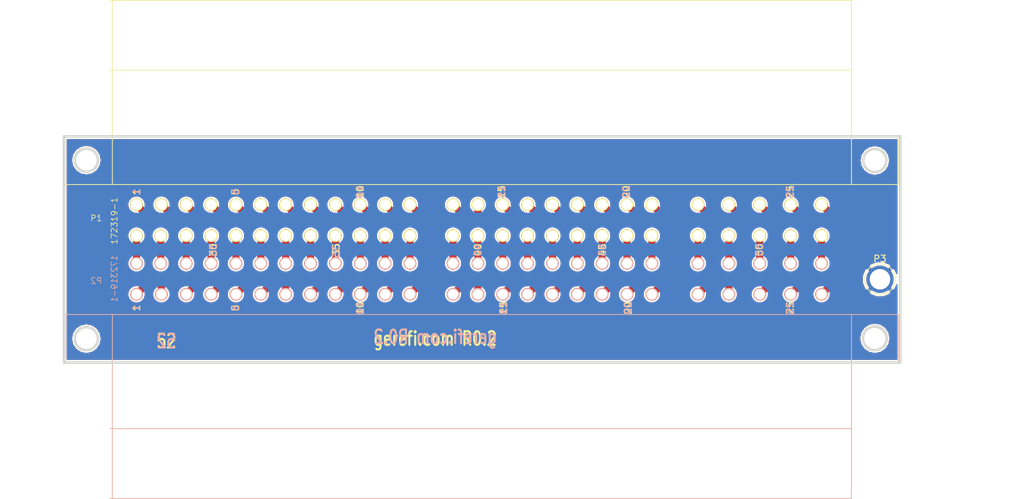
<source format=kicad_pcb>
(kicad_pcb (version 4) (host pcbnew 4.0.5)

  (general
    (links 52)
    (no_connects 0)
    (area 60.134499 98.234499 184.975501 132.270501)
    (thickness 1.6002)
    (drawings 48)
    (tracks 148)
    (zones 0)
    (modules 3)
    (nets 54)
  )

  (page A)
  (title_block
    (title "ECU adapter")
    (date 2018-12-21)
    (rev R0.2)
    (company "DAECU for gerefi")
  )

  (layers
    (0 F.Cu signal)
    (31 B.Cu signal)
    (32 B.Adhes user)
    (33 F.Adhes user)
    (34 B.Paste user)
    (35 F.Paste user)
    (36 B.SilkS user)
    (37 F.SilkS user)
    (38 B.Mask user)
    (39 F.Mask user)
    (40 Dwgs.User user)
    (41 Cmts.User user)
    (42 Eco1.User user)
    (43 Eco2.User user)
    (44 Edge.Cuts user)
  )

  (setup
    (last_trace_width 0.2032)
    (trace_clearance 0.254)
    (zone_clearance 0.2159)
    (zone_45_only no)
    (trace_min 0.2032)
    (segment_width 0.381)
    (edge_width 0.381)
    (via_size 0.889)
    (via_drill 0.635)
    (via_min_size 0.889)
    (via_min_drill 0.508)
    (uvia_size 0.508)
    (uvia_drill 0.127)
    (uvias_allowed no)
    (uvia_min_size 0.508)
    (uvia_min_drill 0.127)
    (pcb_text_width 0.3048)
    (pcb_text_size 1.524 2.032)
    (mod_edge_width 0.381)
    (mod_text_size 1.524 1.524)
    (mod_text_width 0.3048)
    (pad_size 1.4224 1.4224)
    (pad_drill 1.016)
    (pad_to_mask_clearance 0.0762)
    (aux_axis_origin 0 0)
    (visible_elements 7FFFFF7F)
    (pcbplotparams
      (layerselection 0x010fc_80000001)
      (usegerberextensions true)
      (excludeedgelayer true)
      (linewidth 0.150000)
      (plotframeref false)
      (viasonmask false)
      (mode 1)
      (useauxorigin false)
      (hpglpennumber 1)
      (hpglpenspeed 20)
      (hpglpendiameter 15)
      (hpglpenoverlay 0)
      (psnegative false)
      (psa4output false)
      (plotreference true)
      (plotvalue true)
      (plotinvisibletext false)
      (padsonsilk false)
      (subtractmaskfromsilk false)
      (outputformat 1)
      (mirror false)
      (drillshape 0)
      (scaleselection 1)
      (outputdirectory Gerbers/))
  )

  (net 0 "")
  (net 1 GND)
  (net 2 "Net-(P1-Pad1)")
  (net 3 "Net-(P1-Pad48)")
  (net 4 "Net-(P1-Pad52)")
  (net 5 "Net-(P1-Pad51)")
  (net 6 "Net-(P1-Pad50)")
  (net 7 "Net-(P1-Pad49)")
  (net 8 "Net-(P1-Pad47)")
  (net 9 "Net-(P1-Pad46)")
  (net 10 "Net-(P1-Pad2)")
  (net 11 "Net-(P1-Pad3)")
  (net 12 "Net-(P1-Pad4)")
  (net 13 "Net-(P1-Pad5)")
  (net 14 "Net-(P1-Pad6)")
  (net 15 "Net-(P1-Pad7)")
  (net 16 "Net-(P1-Pad8)")
  (net 17 "Net-(P1-Pad9)")
  (net 18 "Net-(P1-Pad10)")
  (net 19 "Net-(P1-Pad11)")
  (net 20 "Net-(P1-Pad12)")
  (net 21 "Net-(P1-Pad13)")
  (net 22 "Net-(P1-Pad14)")
  (net 23 "Net-(P1-Pad15)")
  (net 24 "Net-(P1-Pad16)")
  (net 25 "Net-(P1-Pad17)")
  (net 26 "Net-(P1-Pad18)")
  (net 27 "Net-(P1-Pad19)")
  (net 28 "Net-(P1-Pad20)")
  (net 29 "Net-(P1-Pad21)")
  (net 30 "Net-(P1-Pad22)")
  (net 31 "Net-(P1-Pad23)")
  (net 32 "Net-(P1-Pad24)")
  (net 33 "Net-(P1-Pad25)")
  (net 34 "Net-(P1-Pad26)")
  (net 35 "Net-(P1-Pad27)")
  (net 36 "Net-(P1-Pad28)")
  (net 37 "Net-(P1-Pad29)")
  (net 38 "Net-(P1-Pad30)")
  (net 39 "Net-(P1-Pad31)")
  (net 40 "Net-(P1-Pad32)")
  (net 41 "Net-(P1-Pad33)")
  (net 42 "Net-(P1-Pad34)")
  (net 43 "Net-(P1-Pad35)")
  (net 44 "Net-(P1-Pad36)")
  (net 45 "Net-(P1-Pad37)")
  (net 46 "Net-(P1-Pad38)")
  (net 47 "Net-(P1-Pad39)")
  (net 48 "Net-(P1-Pad40)")
  (net 49 "Net-(P1-Pad41)")
  (net 50 "Net-(P1-Pad42)")
  (net 51 "Net-(P1-Pad43)")
  (net 52 "Net-(P1-Pad44)")
  (net 53 "Net-(P1-Pad45)")

  (net_class Default "This is the default net class."
    (clearance 0.254)
    (trace_width 0.2032)
    (via_dia 0.889)
    (via_drill 0.635)
    (uvia_dia 0.508)
    (uvia_drill 0.127)
  )

  (net_class 2.5A-1Oz_ext ""
    (clearance 0.254)
    (trace_width 1.046333)
    (via_dia 0.889)
    (via_drill 0.635)
    (uvia_dia 0.508)
    (uvia_drill 0.127)
    (add_net GND)
    (add_net "Net-(P1-Pad1)")
    (add_net "Net-(P1-Pad10)")
    (add_net "Net-(P1-Pad11)")
    (add_net "Net-(P1-Pad12)")
    (add_net "Net-(P1-Pad13)")
    (add_net "Net-(P1-Pad14)")
    (add_net "Net-(P1-Pad15)")
    (add_net "Net-(P1-Pad16)")
    (add_net "Net-(P1-Pad17)")
    (add_net "Net-(P1-Pad18)")
    (add_net "Net-(P1-Pad19)")
    (add_net "Net-(P1-Pad2)")
    (add_net "Net-(P1-Pad20)")
    (add_net "Net-(P1-Pad21)")
    (add_net "Net-(P1-Pad22)")
    (add_net "Net-(P1-Pad23)")
    (add_net "Net-(P1-Pad24)")
    (add_net "Net-(P1-Pad25)")
    (add_net "Net-(P1-Pad26)")
    (add_net "Net-(P1-Pad27)")
    (add_net "Net-(P1-Pad28)")
    (add_net "Net-(P1-Pad29)")
    (add_net "Net-(P1-Pad3)")
    (add_net "Net-(P1-Pad30)")
    (add_net "Net-(P1-Pad31)")
    (add_net "Net-(P1-Pad32)")
    (add_net "Net-(P1-Pad33)")
    (add_net "Net-(P1-Pad34)")
    (add_net "Net-(P1-Pad35)")
    (add_net "Net-(P1-Pad36)")
    (add_net "Net-(P1-Pad37)")
    (add_net "Net-(P1-Pad38)")
    (add_net "Net-(P1-Pad39)")
    (add_net "Net-(P1-Pad4)")
    (add_net "Net-(P1-Pad40)")
    (add_net "Net-(P1-Pad41)")
    (add_net "Net-(P1-Pad42)")
    (add_net "Net-(P1-Pad43)")
    (add_net "Net-(P1-Pad44)")
    (add_net "Net-(P1-Pad45)")
    (add_net "Net-(P1-Pad46)")
    (add_net "Net-(P1-Pad47)")
    (add_net "Net-(P1-Pad48)")
    (add_net "Net-(P1-Pad49)")
    (add_net "Net-(P1-Pad5)")
    (add_net "Net-(P1-Pad50)")
    (add_net "Net-(P1-Pad51)")
    (add_net "Net-(P1-Pad52)")
    (add_net "Net-(P1-Pad6)")
    (add_net "Net-(P1-Pad7)")
    (add_net "Net-(P1-Pad8)")
    (add_net "Net-(P1-Pad9)")
  )

  (module gerefi_Lib:172319-1_connector (layer F.Cu) (tedit 5C1CC370) (tstamp 5A805E18)
    (at 71.12 108.585)
    (descr 172319-1_connector)
    (path /5A803BA1)
    (fp_text reference P1 (at -6 2 180) (layer F.SilkS)
      (effects (font (size 0.889 0.889) (thickness 0.1016)))
    )
    (fp_text value 172319-1 (at -3.302 2.413 90) (layer F.SilkS)
      (effects (font (size 0.889 0.889) (thickness 0.1016)))
    )
    (fp_line (start -3.95 -30.4) (end 106.35 -30.4) (layer F.SilkS) (width 0.127))
    (fp_line (start 113.4 -3) (end 106.4 -3) (layer F.SilkS) (width 0.127))
    (fp_line (start 113.4 -10.2) (end 113.4 -3) (layer F.SilkS) (width 0.127))
    (fp_line (start 106.4 -30.4) (end 106.4 -3) (layer F.SilkS) (width 0.127))
    (fp_line (start 113.4 -10.2) (end 106.4 -10.2) (layer F.SilkS) (width 0.127))
    (fp_line (start -3.6 -3) (end 106.35 -3) (layer F.SilkS) (width 0.127))
    (fp_line (start -3.6 -30.4) (end -3.6 -3) (layer F.SilkS) (width 0.127))
    (fp_line (start -3.6 -10.2) (end -10.6 -10.2) (layer F.SilkS) (width 0.127))
    (fp_line (start -10.6 -10.2) (end -10.6 -3) (layer F.SilkS) (width 0.127))
    (fp_line (start -10.6 -3) (end -3.6 -3) (layer F.SilkS) (width 0.127))
    (fp_line (start -3.95 -20) (end 106.35 -20) (layer F.SilkS) (width 0.127))
    (fp_circle (center 109.85 -6.6) (end 111.525 -6.6) (layer F.SilkS) (width 0.127))
    (fp_circle (center -7.45 -6.6) (end -9.125 -6.6) (layer F.SilkS) (width 0.127))
    (pad 1 thru_hole circle (at 0 0) (size 1.89954 1.89954) (drill 1.50076) (layers *.Cu *.Mask F.SilkS)
      (net 2 "Net-(P1-Pad1)"))
    (pad 48 thru_hole circle (at 83.55 4.6 180) (size 1.89954 1.89954) (drill 1.50076) (layers *.Cu *.Mask F.SilkS)
      (net 3 "Net-(P1-Pad48)"))
    (pad 52 thru_hole circle (at 101.95 4.6 180) (size 1.89954 1.89954) (drill 1.50076) (layers *.Cu *.Mask F.SilkS)
      (net 4 "Net-(P1-Pad52)"))
    (pad 51 thru_hole circle (at 97.35 4.6 180) (size 1.89954 1.89954) (drill 1.50076) (layers *.Cu *.Mask F.SilkS)
      (net 5 "Net-(P1-Pad51)"))
    (pad 50 thru_hole circle (at 92.75 4.6 180) (size 1.89954 1.89954) (drill 1.50076) (layers *.Cu *.Mask F.SilkS)
      (net 6 "Net-(P1-Pad50)"))
    (pad 49 thru_hole circle (at 88.15 4.6 180) (size 1.89954 1.89954) (drill 1.50076) (layers *.Cu *.Mask F.SilkS)
      (net 7 "Net-(P1-Pad49)"))
    (pad 47 thru_hole circle (at 76.7 4.6 180) (size 1.89954 1.89954) (drill 1.50076) (layers *.Cu *.Mask F.SilkS)
      (net 8 "Net-(P1-Pad47)"))
    (pad 46 thru_hole circle (at 73 4.6 180) (size 1.89954 1.89954) (drill 1.50076) (layers *.Cu *.Mask F.SilkS)
      (net 9 "Net-(P1-Pad46)"))
    (pad 2 thru_hole circle (at 3.7 0) (size 1.89954 1.89954) (drill 1.50076) (layers *.Cu *.Mask F.SilkS)
      (net 10 "Net-(P1-Pad2)"))
    (pad 3 thru_hole circle (at 7.4 0) (size 1.89954 1.89954) (drill 1.50076) (layers *.Cu *.Mask F.SilkS)
      (net 11 "Net-(P1-Pad3)"))
    (pad 4 thru_hole circle (at 11.1 0) (size 1.89954 1.89954) (drill 1.50076) (layers *.Cu *.Mask F.SilkS)
      (net 12 "Net-(P1-Pad4)"))
    (pad 5 thru_hole circle (at 14.8 0) (size 1.89954 1.89954) (drill 1.50076) (layers *.Cu *.Mask F.SilkS)
      (net 13 "Net-(P1-Pad5)"))
    (pad 6 thru_hole circle (at 18.5 0) (size 1.89954 1.89954) (drill 1.50076) (layers *.Cu *.Mask F.SilkS)
      (net 14 "Net-(P1-Pad6)"))
    (pad 7 thru_hole circle (at 22.2 0) (size 1.89954 1.89954) (drill 1.50076) (layers *.Cu *.Mask F.SilkS)
      (net 15 "Net-(P1-Pad7)"))
    (pad 8 thru_hole circle (at 25.9 0) (size 1.89954 1.89954) (drill 1.50076) (layers *.Cu *.Mask F.SilkS)
      (net 16 "Net-(P1-Pad8)"))
    (pad 9 thru_hole circle (at 29.6 0) (size 1.89954 1.89954) (drill 1.50076) (layers *.Cu *.Mask F.SilkS)
      (net 17 "Net-(P1-Pad9)"))
    (pad 10 thru_hole circle (at 33.3 0) (size 1.89954 1.89954) (drill 1.50076) (layers *.Cu *.Mask F.SilkS)
      (net 18 "Net-(P1-Pad10)"))
    (pad 11 thru_hole circle (at 37 0) (size 1.89954 1.89954) (drill 1.50076) (layers *.Cu *.Mask F.SilkS)
      (net 19 "Net-(P1-Pad11)"))
    (pad 12 thru_hole circle (at 40.7 0) (size 1.89954 1.89954) (drill 1.50076) (layers *.Cu *.Mask F.SilkS)
      (net 20 "Net-(P1-Pad12)"))
    (pad 13 thru_hole circle (at 47.1 0) (size 1.89954 1.89954) (drill 1.50076) (layers *.Cu *.Mask F.SilkS)
      (net 21 "Net-(P1-Pad13)"))
    (pad 14 thru_hole circle (at 50.8 0) (size 1.89954 1.89954) (drill 1.50076) (layers *.Cu *.Mask F.SilkS)
      (net 22 "Net-(P1-Pad14)"))
    (pad 15 thru_hole circle (at 54.5 0) (size 1.89954 1.89954) (drill 1.50076) (layers *.Cu *.Mask F.SilkS)
      (net 23 "Net-(P1-Pad15)"))
    (pad 16 thru_hole circle (at 58.2 0) (size 1.89954 1.89954) (drill 1.50076) (layers *.Cu *.Mask F.SilkS)
      (net 24 "Net-(P1-Pad16)"))
    (pad 17 thru_hole circle (at 61.9 0) (size 1.89954 1.89954) (drill 1.50076) (layers *.Cu *.Mask F.SilkS)
      (net 25 "Net-(P1-Pad17)"))
    (pad 18 thru_hole circle (at 65.6 0) (size 1.89954 1.89954) (drill 1.50076) (layers *.Cu *.Mask F.SilkS)
      (net 26 "Net-(P1-Pad18)"))
    (pad 19 thru_hole circle (at 69.3 0) (size 1.89954 1.89954) (drill 1.50076) (layers *.Cu *.Mask F.SilkS)
      (net 27 "Net-(P1-Pad19)"))
    (pad 20 thru_hole circle (at 73 0) (size 1.89954 1.89954) (drill 1.50076) (layers *.Cu *.Mask F.SilkS)
      (net 28 "Net-(P1-Pad20)"))
    (pad 21 thru_hole circle (at 76.7 0) (size 1.89954 1.89954) (drill 1.50076) (layers *.Cu *.Mask F.SilkS)
      (net 29 "Net-(P1-Pad21)"))
    (pad 22 thru_hole circle (at 83.55 0) (size 1.89954 1.89954) (drill 1.50076) (layers *.Cu *.Mask F.SilkS)
      (net 30 "Net-(P1-Pad22)"))
    (pad 23 thru_hole circle (at 88.15 0) (size 1.89954 1.89954) (drill 1.50076) (layers *.Cu *.Mask F.SilkS)
      (net 31 "Net-(P1-Pad23)"))
    (pad 24 thru_hole circle (at 92.75 0 180) (size 1.89954 1.89954) (drill 1.50076) (layers *.Cu *.Mask F.SilkS)
      (net 32 "Net-(P1-Pad24)"))
    (pad 25 thru_hole circle (at 97.35 0 180) (size 1.89954 1.89954) (drill 1.50076) (layers *.Cu *.Mask F.SilkS)
      (net 33 "Net-(P1-Pad25)"))
    (pad 26 thru_hole circle (at 101.95 0 180) (size 1.89954 1.89954) (drill 1.50076) (layers *.Cu *.Mask F.SilkS)
      (net 34 "Net-(P1-Pad26)"))
    (pad 27 thru_hole circle (at 0 4.6 180) (size 1.89954 1.89954) (drill 1.50076) (layers *.Cu *.Mask F.SilkS)
      (net 35 "Net-(P1-Pad27)"))
    (pad 28 thru_hole circle (at 3.6 4.6 180) (size 1.89954 1.89954) (drill 1.50076) (layers *.Cu *.Mask F.SilkS)
      (net 36 "Net-(P1-Pad28)"))
    (pad 29 thru_hole circle (at 7.4 4.6 180) (size 1.89954 1.89954) (drill 1.50076) (layers *.Cu *.Mask F.SilkS)
      (net 37 "Net-(P1-Pad29)"))
    (pad 30 thru_hole circle (at 11.1 4.6 180) (size 1.89954 1.89954) (drill 1.50076) (layers *.Cu *.Mask F.SilkS)
      (net 38 "Net-(P1-Pad30)"))
    (pad 31 thru_hole circle (at 14.8 4.6 180) (size 1.89954 1.89954) (drill 1.50076) (layers *.Cu *.Mask F.SilkS)
      (net 39 "Net-(P1-Pad31)"))
    (pad 32 thru_hole circle (at 18.5 4.6 180) (size 1.89954 1.89954) (drill 1.50076) (layers *.Cu *.Mask F.SilkS)
      (net 40 "Net-(P1-Pad32)"))
    (pad 33 thru_hole circle (at 22.2 4.6 180) (size 1.89954 1.89954) (drill 1.50076) (layers *.Cu *.Mask F.SilkS)
      (net 41 "Net-(P1-Pad33)"))
    (pad 34 thru_hole circle (at 25.9 4.6 180) (size 1.89954 1.89954) (drill 1.50076) (layers *.Cu *.Mask F.SilkS)
      (net 42 "Net-(P1-Pad34)"))
    (pad 35 thru_hole circle (at 29.6 4.6 180) (size 1.89954 1.89954) (drill 1.50076) (layers *.Cu *.Mask F.SilkS)
      (net 43 "Net-(P1-Pad35)"))
    (pad 36 thru_hole circle (at 33.3 4.6 180) (size 1.89954 1.89954) (drill 1.50076) (layers *.Cu *.Mask F.SilkS)
      (net 44 "Net-(P1-Pad36)"))
    (pad 37 thru_hole circle (at 37 4.6 180) (size 1.89954 1.89954) (drill 1.50076) (layers *.Cu *.Mask F.SilkS)
      (net 45 "Net-(P1-Pad37)"))
    (pad 38 thru_hole circle (at 40.7 4.6 180) (size 1.89954 1.89954) (drill 1.50076) (layers *.Cu *.Mask F.SilkS)
      (net 46 "Net-(P1-Pad38)"))
    (pad 39 thru_hole circle (at 47.1 4.6 180) (size 1.89954 1.89954) (drill 1.50076) (layers *.Cu *.Mask F.SilkS)
      (net 47 "Net-(P1-Pad39)"))
    (pad 40 thru_hole circle (at 50.8 4.6 180) (size 1.89954 1.89954) (drill 1.50076) (layers *.Cu *.Mask F.SilkS)
      (net 48 "Net-(P1-Pad40)"))
    (pad 41 thru_hole circle (at 54.5 4.6 180) (size 1.89954 1.89954) (drill 1.50076) (layers *.Cu *.Mask F.SilkS)
      (net 49 "Net-(P1-Pad41)"))
    (pad 42 thru_hole circle (at 58.2 4.6 180) (size 1.89954 1.89954) (drill 1.50076) (layers *.Cu *.Mask F.SilkS)
      (net 50 "Net-(P1-Pad42)"))
    (pad 43 thru_hole circle (at 61.9 4.6 180) (size 1.89954 1.89954) (drill 1.50076) (layers *.Cu *.Mask F.SilkS)
      (net 51 "Net-(P1-Pad43)"))
    (pad 44 thru_hole circle (at 65.6 4.6 180) (size 1.89954 1.89954) (drill 1.50076) (layers *.Cu *.Mask F.SilkS)
      (net 52 "Net-(P1-Pad44)"))
    (pad 45 thru_hole circle (at 69.3 4.6 180) (size 1.89954 1.89954) (drill 1.50076) (layers *.Cu *.Mask F.SilkS)
      (net 53 "Net-(P1-Pad45)"))
    (model ${KISYS3DMOD}../../../../../../Users/Vista_64_D630/Desktop/Jared/code/Hardware/trunk/gerefi.com/gerefi_lib/3d/c-172319-1-k3-3d.wrl
      (at (xyz 2.015 1.18 0.43))
      (scale (xyz 1 1 1))
      (rotate (xyz 270 0 180))
    )
  )

  (module gerefi_Lib:172319-1_connector (layer B.Cu) (tedit 5C1CC377) (tstamp 5A805E5D)
    (at 71.12 121.92)
    (descr 172319-1_connector)
    (path /5A803B13)
    (fp_text reference P2 (at -6 -2 180) (layer B.SilkS)
      (effects (font (size 0.889 0.889) (thickness 0.1016)) (justify mirror))
    )
    (fp_text value 172319-1 (at -3.302 -2.286 90) (layer B.SilkS)
      (effects (font (size 0.889 0.889) (thickness 0.1016)) (justify mirror))
    )
    (fp_line (start -3.95 30.4) (end 106.35 30.4) (layer B.SilkS) (width 0.127))
    (fp_line (start 113.4 3) (end 106.4 3) (layer B.SilkS) (width 0.127))
    (fp_line (start 113.4 10.2) (end 113.4 3) (layer B.SilkS) (width 0.127))
    (fp_line (start 106.4 30.4) (end 106.4 3) (layer B.SilkS) (width 0.127))
    (fp_line (start 113.4 10.2) (end 106.4 10.2) (layer B.SilkS) (width 0.127))
    (fp_line (start -3.6 3) (end 106.35 3) (layer B.SilkS) (width 0.127))
    (fp_line (start -3.6 30.4) (end -3.6 3) (layer B.SilkS) (width 0.127))
    (fp_line (start -3.6 10.2) (end -10.6 10.2) (layer B.SilkS) (width 0.127))
    (fp_line (start -10.6 10.2) (end -10.6 3) (layer B.SilkS) (width 0.127))
    (fp_line (start -10.6 3) (end -3.6 3) (layer B.SilkS) (width 0.127))
    (fp_line (start -3.95 20) (end 106.35 20) (layer B.SilkS) (width 0.127))
    (fp_circle (center 109.85 6.6) (end 111.525 6.6) (layer B.SilkS) (width 0.127))
    (fp_circle (center -7.45 6.6) (end -9.125 6.6) (layer B.SilkS) (width 0.127))
    (pad 1 thru_hole circle (at 0 0) (size 1.89954 1.89954) (drill 1.50076) (layers *.Cu *.Mask B.SilkS)
      (net 2 "Net-(P1-Pad1)"))
    (pad 48 thru_hole circle (at 83.55 -4.6 180) (size 1.89954 1.89954) (drill 1.50076) (layers *.Cu *.Mask B.SilkS)
      (net 3 "Net-(P1-Pad48)"))
    (pad 52 thru_hole circle (at 101.95 -4.6 180) (size 1.89954 1.89954) (drill 1.50076) (layers *.Cu *.Mask B.SilkS)
      (net 4 "Net-(P1-Pad52)"))
    (pad 51 thru_hole circle (at 97.35 -4.6 180) (size 1.89954 1.89954) (drill 1.50076) (layers *.Cu *.Mask B.SilkS)
      (net 5 "Net-(P1-Pad51)"))
    (pad 50 thru_hole circle (at 92.75 -4.6 180) (size 1.89954 1.89954) (drill 1.50076) (layers *.Cu *.Mask B.SilkS)
      (net 6 "Net-(P1-Pad50)"))
    (pad 49 thru_hole circle (at 88.15 -4.6 180) (size 1.89954 1.89954) (drill 1.50076) (layers *.Cu *.Mask B.SilkS)
      (net 7 "Net-(P1-Pad49)"))
    (pad 47 thru_hole circle (at 76.7 -4.6 180) (size 1.89954 1.89954) (drill 1.50076) (layers *.Cu *.Mask B.SilkS)
      (net 8 "Net-(P1-Pad47)"))
    (pad 46 thru_hole circle (at 73 -4.6 180) (size 1.89954 1.89954) (drill 1.50076) (layers *.Cu *.Mask B.SilkS)
      (net 9 "Net-(P1-Pad46)"))
    (pad 2 thru_hole circle (at 3.7 0) (size 1.89954 1.89954) (drill 1.50076) (layers *.Cu *.Mask B.SilkS)
      (net 10 "Net-(P1-Pad2)"))
    (pad 3 thru_hole circle (at 7.4 0) (size 1.89954 1.89954) (drill 1.50076) (layers *.Cu *.Mask B.SilkS)
      (net 11 "Net-(P1-Pad3)"))
    (pad 4 thru_hole circle (at 11.1 0) (size 1.89954 1.89954) (drill 1.50076) (layers *.Cu *.Mask B.SilkS)
      (net 12 "Net-(P1-Pad4)"))
    (pad 5 thru_hole circle (at 14.8 0) (size 1.89954 1.89954) (drill 1.50076) (layers *.Cu *.Mask B.SilkS)
      (net 13 "Net-(P1-Pad5)"))
    (pad 6 thru_hole circle (at 18.5 0) (size 1.89954 1.89954) (drill 1.50076) (layers *.Cu *.Mask B.SilkS)
      (net 14 "Net-(P1-Pad6)"))
    (pad 7 thru_hole circle (at 22.2 0) (size 1.89954 1.89954) (drill 1.50076) (layers *.Cu *.Mask B.SilkS)
      (net 15 "Net-(P1-Pad7)"))
    (pad 8 thru_hole circle (at 25.9 0) (size 1.89954 1.89954) (drill 1.50076) (layers *.Cu *.Mask B.SilkS)
      (net 16 "Net-(P1-Pad8)"))
    (pad 9 thru_hole circle (at 29.6 0) (size 1.89954 1.89954) (drill 1.50076) (layers *.Cu *.Mask B.SilkS)
      (net 17 "Net-(P1-Pad9)"))
    (pad 10 thru_hole circle (at 33.3 0) (size 1.89954 1.89954) (drill 1.50076) (layers *.Cu *.Mask B.SilkS)
      (net 18 "Net-(P1-Pad10)"))
    (pad 11 thru_hole circle (at 37 0) (size 1.89954 1.89954) (drill 1.50076) (layers *.Cu *.Mask B.SilkS)
      (net 19 "Net-(P1-Pad11)"))
    (pad 12 thru_hole circle (at 40.7 0) (size 1.89954 1.89954) (drill 1.50076) (layers *.Cu *.Mask B.SilkS)
      (net 20 "Net-(P1-Pad12)"))
    (pad 13 thru_hole circle (at 47.1 0) (size 1.89954 1.89954) (drill 1.50076) (layers *.Cu *.Mask B.SilkS)
      (net 21 "Net-(P1-Pad13)"))
    (pad 14 thru_hole circle (at 50.8 0) (size 1.89954 1.89954) (drill 1.50076) (layers *.Cu *.Mask B.SilkS)
      (net 22 "Net-(P1-Pad14)"))
    (pad 15 thru_hole circle (at 54.5 0) (size 1.89954 1.89954) (drill 1.50076) (layers *.Cu *.Mask B.SilkS)
      (net 23 "Net-(P1-Pad15)"))
    (pad 16 thru_hole circle (at 58.2 0) (size 1.89954 1.89954) (drill 1.50076) (layers *.Cu *.Mask B.SilkS)
      (net 24 "Net-(P1-Pad16)"))
    (pad 17 thru_hole circle (at 61.9 0) (size 1.89954 1.89954) (drill 1.50076) (layers *.Cu *.Mask B.SilkS)
      (net 25 "Net-(P1-Pad17)"))
    (pad 18 thru_hole circle (at 65.6 0) (size 1.89954 1.89954) (drill 1.50076) (layers *.Cu *.Mask B.SilkS)
      (net 26 "Net-(P1-Pad18)"))
    (pad 19 thru_hole circle (at 69.3 0) (size 1.89954 1.89954) (drill 1.50076) (layers *.Cu *.Mask B.SilkS)
      (net 27 "Net-(P1-Pad19)"))
    (pad 20 thru_hole circle (at 73 0) (size 1.89954 1.89954) (drill 1.50076) (layers *.Cu *.Mask B.SilkS)
      (net 28 "Net-(P1-Pad20)"))
    (pad 21 thru_hole circle (at 76.7 0) (size 1.89954 1.89954) (drill 1.50076) (layers *.Cu *.Mask B.SilkS)
      (net 29 "Net-(P1-Pad21)"))
    (pad 22 thru_hole circle (at 83.55 0) (size 1.89954 1.89954) (drill 1.50076) (layers *.Cu *.Mask B.SilkS)
      (net 30 "Net-(P1-Pad22)"))
    (pad 23 thru_hole circle (at 88.15 0) (size 1.89954 1.89954) (drill 1.50076) (layers *.Cu *.Mask B.SilkS)
      (net 31 "Net-(P1-Pad23)"))
    (pad 24 thru_hole circle (at 92.75 0 180) (size 1.89954 1.89954) (drill 1.50076) (layers *.Cu *.Mask B.SilkS)
      (net 32 "Net-(P1-Pad24)"))
    (pad 25 thru_hole circle (at 97.35 0 180) (size 1.89954 1.89954) (drill 1.50076) (layers *.Cu *.Mask B.SilkS)
      (net 33 "Net-(P1-Pad25)"))
    (pad 26 thru_hole circle (at 101.95 0 180) (size 1.89954 1.89954) (drill 1.50076) (layers *.Cu *.Mask B.SilkS)
      (net 34 "Net-(P1-Pad26)"))
    (pad 27 thru_hole circle (at 0 -4.6 180) (size 1.89954 1.89954) (drill 1.50076) (layers *.Cu *.Mask B.SilkS)
      (net 35 "Net-(P1-Pad27)"))
    (pad 28 thru_hole circle (at 3.6 -4.6 180) (size 1.89954 1.89954) (drill 1.50076) (layers *.Cu *.Mask B.SilkS)
      (net 36 "Net-(P1-Pad28)"))
    (pad 29 thru_hole circle (at 7.4 -4.6 180) (size 1.89954 1.89954) (drill 1.50076) (layers *.Cu *.Mask B.SilkS)
      (net 37 "Net-(P1-Pad29)"))
    (pad 30 thru_hole circle (at 11.1 -4.6 180) (size 1.89954 1.89954) (drill 1.50076) (layers *.Cu *.Mask B.SilkS)
      (net 38 "Net-(P1-Pad30)"))
    (pad 31 thru_hole circle (at 14.8 -4.6 180) (size 1.89954 1.89954) (drill 1.50076) (layers *.Cu *.Mask B.SilkS)
      (net 39 "Net-(P1-Pad31)"))
    (pad 32 thru_hole circle (at 18.5 -4.6 180) (size 1.89954 1.89954) (drill 1.50076) (layers *.Cu *.Mask B.SilkS)
      (net 40 "Net-(P1-Pad32)"))
    (pad 33 thru_hole circle (at 22.2 -4.6 180) (size 1.89954 1.89954) (drill 1.50076) (layers *.Cu *.Mask B.SilkS)
      (net 41 "Net-(P1-Pad33)"))
    (pad 34 thru_hole circle (at 25.9 -4.6 180) (size 1.89954 1.89954) (drill 1.50076) (layers *.Cu *.Mask B.SilkS)
      (net 42 "Net-(P1-Pad34)"))
    (pad 35 thru_hole circle (at 29.6 -4.6 180) (size 1.89954 1.89954) (drill 1.50076) (layers *.Cu *.Mask B.SilkS)
      (net 43 "Net-(P1-Pad35)"))
    (pad 36 thru_hole circle (at 33.3 -4.6 180) (size 1.89954 1.89954) (drill 1.50076) (layers *.Cu *.Mask B.SilkS)
      (net 44 "Net-(P1-Pad36)"))
    (pad 37 thru_hole circle (at 37 -4.6 180) (size 1.89954 1.89954) (drill 1.50076) (layers *.Cu *.Mask B.SilkS)
      (net 45 "Net-(P1-Pad37)"))
    (pad 38 thru_hole circle (at 40.7 -4.6 180) (size 1.89954 1.89954) (drill 1.50076) (layers *.Cu *.Mask B.SilkS)
      (net 46 "Net-(P1-Pad38)"))
    (pad 39 thru_hole circle (at 47.1 -4.6 180) (size 1.89954 1.89954) (drill 1.50076) (layers *.Cu *.Mask B.SilkS)
      (net 47 "Net-(P1-Pad39)"))
    (pad 40 thru_hole circle (at 50.8 -4.6 180) (size 1.89954 1.89954) (drill 1.50076) (layers *.Cu *.Mask B.SilkS)
      (net 48 "Net-(P1-Pad40)"))
    (pad 41 thru_hole circle (at 54.5 -4.6 180) (size 1.89954 1.89954) (drill 1.50076) (layers *.Cu *.Mask B.SilkS)
      (net 49 "Net-(P1-Pad41)"))
    (pad 42 thru_hole circle (at 58.2 -4.6 180) (size 1.89954 1.89954) (drill 1.50076) (layers *.Cu *.Mask B.SilkS)
      (net 50 "Net-(P1-Pad42)"))
    (pad 43 thru_hole circle (at 61.9 -4.6 180) (size 1.89954 1.89954) (drill 1.50076) (layers *.Cu *.Mask B.SilkS)
      (net 51 "Net-(P1-Pad43)"))
    (pad 44 thru_hole circle (at 65.6 -4.6 180) (size 1.89954 1.89954) (drill 1.50076) (layers *.Cu *.Mask B.SilkS)
      (net 52 "Net-(P1-Pad44)"))
    (pad 45 thru_hole circle (at 69.3 -4.6 180) (size 1.89954 1.89954) (drill 1.50076) (layers *.Cu *.Mask B.SilkS)
      (net 53 "Net-(P1-Pad45)"))
    (model ${KISYS3DMOD}../../../../../../Users/Vista_64_D630/Desktop/Jared/code/Hardware/trunk/gerefi.com/gerefi_lib/3d/c-172319-1-k3-3d.wrl
      (at (xyz 2.015 1.18 0.43))
      (scale (xyz 1 1 1))
      (rotate (xyz 270 0 180))
    )
  )

  (module Connect:1pin (layer F.Cu) (tedit 5A803D86) (tstamp 5A806256)
    (at 181.7624 119.6848)
    (descr "module 1 pin (ou trou mecanique de percage)")
    (tags DEV)
    (path /5A803FEA)
    (fp_text reference P3 (at 0 -3.048) (layer F.SilkS)
      (effects (font (size 1 1) (thickness 0.15)))
    )
    (fp_text value CONN_01X01 (at 0 3) (layer F.Fab) hide
      (effects (font (size 1 1) (thickness 0.15)))
    )
    (fp_circle (center 0 0) (end 2 0.8) (layer F.Fab) (width 0.1))
    (fp_circle (center 0 0) (end 2.6 0) (layer F.CrtYd) (width 0.05))
    (fp_circle (center 0 0) (end 0 -2.286) (layer F.SilkS) (width 0.12))
    (pad 1 thru_hole circle (at 0 0) (size 4.064 4.064) (drill 3.048) (layers *.Cu *.Mask)
      (net 1 GND))
  )

  (gr_text 10 (at 104.394 123.952 90) (layer B.SilkS)
    (effects (font (size 1 1) (thickness 0.2)) (justify mirror))
  )
  (gr_text 5 (at 85.852 123.952 90) (layer B.SilkS)
    (effects (font (size 1 1) (thickness 0.2)) (justify mirror))
  )
  (gr_text 1 (at 71.12 123.952 90) (layer B.SilkS)
    (effects (font (size 1 1) (thickness 0.2)) (justify mirror))
  )
  (gr_text 30 (at 82.55 115.316 90) (layer B.SilkS)
    (effects (font (size 1 1) (thickness 0.2)) (justify mirror))
  )
  (gr_text 35 (at 100.838 115.57 90) (layer B.SilkS)
    (effects (font (size 1 1) (thickness 0.2)) (justify mirror))
  )
  (gr_text 10 (at 104.394 106.68 90) (layer B.SilkS)
    (effects (font (size 1 1) (thickness 0.2)) (justify mirror))
  )
  (gr_text 5 (at 85.852 106.68 90) (layer B.SilkS)
    (effects (font (size 1 1) (thickness 0.2)) (justify mirror))
  )
  (gr_text 1 (at 71.12 106.68 90) (layer B.SilkS)
    (effects (font (size 1 1) (thickness 0.2)) (justify mirror))
  )
  (gr_text 40 (at 121.92 115.316 90) (layer B.SilkS)
    (effects (font (size 1 1) (thickness 0.2)) (justify mirror))
  )
  (gr_text 45 (at 140.462 115.316 90) (layer B.SilkS)
    (effects (font (size 1 1) (thickness 0.2)) (justify mirror))
  )
  (gr_text 50 (at 163.83 115.316 90) (layer B.SilkS)
    (effects (font (size 1 1) (thickness 0.2)) (justify mirror))
  )
  (gr_text 25 (at 168.402 123.952 90) (layer B.SilkS)
    (effects (font (size 1 1) (thickness 0.2)) (justify mirror))
  )
  (gr_text 20 (at 144.272 123.952 90) (layer B.SilkS)
    (effects (font (size 1 1) (thickness 0.2)) (justify mirror))
  )
  (gr_text 15 (at 125.73 123.952 90) (layer B.SilkS)
    (effects (font (size 1 1) (thickness 0.2)) (justify mirror))
  )
  (gr_text 15 (at 125.476 106.68 90) (layer B.SilkS)
    (effects (font (size 1 1) (thickness 0.2)) (justify mirror))
  )
  (gr_text 20 (at 144.018 106.68 90) (layer B.SilkS)
    (effects (font (size 1 1) (thickness 0.2)) (justify mirror))
  )
  (gr_text 25 (at 168.402 106.68 90) (layer B.SilkS)
    (effects (font (size 1 1) (thickness 0.2)) (justify mirror))
  )
  (gr_text 25 (at 168.402 106.68 90) (layer F.SilkS)
    (effects (font (size 1 1) (thickness 0.2)))
  )
  (gr_text 20 (at 144.018 106.68 90) (layer F.SilkS)
    (effects (font (size 1 1) (thickness 0.2)))
  )
  (gr_text 15 (at 125.476 106.68 90) (layer F.SilkS)
    (effects (font (size 1 1) (thickness 0.2)))
  )
  (gr_text 10 (at 104.394 106.68 90) (layer F.SilkS)
    (effects (font (size 1 1) (thickness 0.2)))
  )
  (gr_text 5 (at 85.852 106.68 90) (layer F.SilkS)
    (effects (font (size 1 1) (thickness 0.2)))
  )
  (gr_text 1 (at 71.12 106.68 90) (layer F.SilkS)
    (effects (font (size 1 1) (thickness 0.2)))
  )
  (gr_text 30 (at 82.55 115.316 90) (layer F.SilkS)
    (effects (font (size 1 1) (thickness 0.2)))
  )
  (gr_text 35 (at 100.838 115.316 90) (layer F.SilkS)
    (effects (font (size 1 1) (thickness 0.2)))
  )
  (gr_text 40 (at 121.92 115.316 90) (layer F.SilkS)
    (effects (font (size 1 1) (thickness 0.2)))
  )
  (gr_text 45 (at 140.462 115.316 90) (layer F.SilkS)
    (effects (font (size 1 1) (thickness 0.2)))
  )
  (gr_text 50 (at 163.83 115.316 90) (layer F.SilkS)
    (effects (font (size 1 1) (thickness 0.2)))
  )
  (gr_text 25 (at 168.402 123.952 90) (layer F.SilkS)
    (effects (font (size 1 1) (thickness 0.2)))
  )
  (gr_text 20 (at 144.272 123.952 90) (layer F.SilkS)
    (effects (font (size 1 1) (thickness 0.2)))
  )
  (gr_text 15 (at 125.73 123.952 90) (layer F.SilkS)
    (effects (font (size 1 1) (thickness 0.2)))
  )
  (gr_text 10 (at 104.394 123.952 90) (layer F.SilkS)
    (effects (font (size 1 1) (thickness 0.2)))
  )
  (gr_text 5 (at 85.852 123.952 90) (layer F.SilkS)
    (effects (font (size 1 1) (thickness 0.2)))
  )
  (gr_text 1 (at 71.12 123.952 90) (layer F.SilkS)
    (effects (font (size 1 1) (thickness 0.2)))
  )
  (gr_text 52 (at 75.565 128.905) (layer F.SilkS)
    (effects (font (size 2.032 1.524) (thickness 0.3048)))
  )
  (gr_text 52 (at 75.565 128.905) (layer B.SilkS)
    (effects (font (size 2.032 1.524) (thickness 0.3048)) (justify mirror))
  )
  (gr_text "gerefi.com R0.2" (at 115.57 128.27) (layer B.SilkS)
    (effects (font (size 2.032 1.524) (thickness 0.3048)) (justify mirror))
  )
  (gr_text "gerefi.com R0.2" (at 115.57 128.524) (layer F.SilkS)
    (effects (font (size 2.032 1.524) (thickness 0.3048)))
  )
  (dimension 124.46 (width 0.3048) (layer Cmts.User)
    (gr_text "4.9000 in" (at 122.555 93.624401) (layer Cmts.User)
      (effects (font (size 2.032 1.524) (thickness 0.3048)))
    )
    (feature1 (pts (xy 60.325 97.79) (xy 60.325 91.998801)))
    (feature2 (pts (xy 184.785 97.79) (xy 184.785 91.998801)))
    (crossbar (pts (xy 184.785 95.250001) (xy 60.325 95.250001)))
    (arrow1a (pts (xy 60.325 95.250001) (xy 61.451504 94.66358)))
    (arrow1b (pts (xy 60.325 95.250001) (xy 61.451504 95.836422)))
    (arrow2a (pts (xy 184.785 95.250001) (xy 183.658496 94.66358)))
    (arrow2b (pts (xy 184.785 95.250001) (xy 183.658496 95.836422)))
  )
  (dimension 33.655 (width 0.3048) (layer Cmts.User)
    (gr_text "1.3250 in" (at 192.7606 115.2525 90) (layer Cmts.User)
      (effects (font (size 2.032 1.524) (thickness 0.3048)))
    )
    (feature1 (pts (xy 186.055 98.425) (xy 194.3862 98.425)))
    (feature2 (pts (xy 186.055 132.08) (xy 194.3862 132.08)))
    (crossbar (pts (xy 191.135 132.08) (xy 191.135 98.425)))
    (arrow1a (pts (xy 191.135 98.425) (xy 191.721421 99.551504)))
    (arrow1b (pts (xy 191.135 98.425) (xy 190.548579 99.551504)))
    (arrow2a (pts (xy 191.135 132.08) (xy 191.721421 130.953496)))
    (arrow2b (pts (xy 191.135 132.08) (xy 190.548579 130.953496)))
  )
  (gr_circle (center 63.6524 128.524) (end 65.3796 128.524) (layer Edge.Cuts) (width 0.381))
  (gr_circle (center 181.0004 128.4732) (end 179.2224 128.4732) (layer Edge.Cuts) (width 0.381))
  (gr_circle (center 181.0004 102.0064) (end 179.2732 102.0064) (layer Edge.Cuts) (width 0.381))
  (gr_circle (center 63.6524 101.9556) (end 65.3796 102.0064) (layer Edge.Cuts) (width 0.381))
  (gr_line (start 60.325 132.08) (end 60.325 98.425) (angle 90) (layer Edge.Cuts) (width 0.381))
  (gr_line (start 184.785 132.08) (end 60.325 132.08) (angle 90) (layer Edge.Cuts) (width 0.381))
  (gr_line (start 184.785 98.425) (end 184.785 132.08) (angle 90) (layer Edge.Cuts) (width 0.381))
  (gr_line (start 60.325 98.425) (end 184.785 98.425) (angle 90) (layer Edge.Cuts) (width 0.381))

  (segment (start 71.12 121.92) (end 72.846938 120.193062) (width 1.046333) (layer F.Cu) (net 2))
  (segment (start 72.846938 120.193062) (end 72.846938 110.311938) (width 1.046333) (layer F.Cu) (net 2))
  (segment (start 72.846938 110.311938) (end 72.069769 109.534769) (width 1.046333) (layer F.Cu) (net 2))
  (segment (start 72.069769 109.534769) (end 71.12 108.585) (width 1.046333) (layer F.Cu) (net 2))
  (segment (start 154.67 117.32) (end 154.67 113.185) (width 1.046333) (layer F.Cu) (net 3))
  (segment (start 173.07 117.32) (end 173.07 113.185) (width 1.046333) (layer F.Cu) (net 4))
  (segment (start 168.47 117.32) (end 168.47 113.185) (width 1.046333) (layer F.Cu) (net 5))
  (segment (start 163.87 117.32) (end 163.87 113.185) (width 1.046333) (layer F.Cu) (net 6))
  (segment (start 159.27 117.32) (end 159.27 113.185) (width 1.046333) (layer F.Cu) (net 7))
  (segment (start 147.82 117.32) (end 147.82 113.185) (width 1.046333) (layer F.Cu) (net 8))
  (segment (start 144.12 117.32) (end 144.12 113.185) (width 1.046333) (layer F.Cu) (net 9))
  (segment (start 74.82 121.92) (end 74.82 119.775869) (width 1.046333) (layer F.Cu) (net 10))
  (segment (start 74.82 119.775869) (end 76.446938 118.148931) (width 1.046333) (layer F.Cu) (net 10))
  (segment (start 76.446938 118.148931) (end 76.446938 110.211938) (width 1.046333) (layer F.Cu) (net 10))
  (segment (start 76.446938 110.211938) (end 75.769769 109.534769) (width 1.046333) (layer F.Cu) (net 10))
  (segment (start 75.769769 109.534769) (end 74.82 108.585) (width 1.046333) (layer F.Cu) (net 10))
  (segment (start 78.52 121.92) (end 80.246938 120.193062) (width 1.046333) (layer F.Cu) (net 11))
  (segment (start 80.246938 120.193062) (end 80.246938 110.311938) (width 1.046333) (layer F.Cu) (net 11))
  (segment (start 80.246938 110.311938) (end 79.469769 109.534769) (width 1.046333) (layer F.Cu) (net 11))
  (segment (start 79.469769 109.534769) (end 78.52 108.585) (width 1.046333) (layer F.Cu) (net 11))
  (segment (start 82.22 121.92) (end 83.946938 120.193062) (width 1.046333) (layer F.Cu) (net 12))
  (segment (start 83.946938 120.193062) (end 83.946938 116.491069) (width 1.046333) (layer F.Cu) (net 12))
  (segment (start 83.946938 116.491069) (end 83.566 116.110131) (width 1.046333) (layer F.Cu) (net 12))
  (segment (start 83.566 116.110131) (end 83.566 114.394869) (width 1.046333) (layer F.Cu) (net 12))
  (segment (start 83.566 114.394869) (end 83.946938 114.013931) (width 1.046333) (layer F.Cu) (net 12))
  (segment (start 83.946938 114.013931) (end 83.946938 110.311938) (width 1.046333) (layer F.Cu) (net 12))
  (segment (start 83.946938 110.311938) (end 83.169769 109.534769) (width 1.046333) (layer F.Cu) (net 12))
  (segment (start 83.169769 109.534769) (end 82.22 108.585) (width 1.046333) (layer F.Cu) (net 12))
  (segment (start 85.92 121.92) (end 87.646938 120.193062) (width 1.046333) (layer F.Cu) (net 13))
  (segment (start 87.646938 120.193062) (end 87.646938 110.311938) (width 1.046333) (layer F.Cu) (net 13))
  (segment (start 87.646938 110.311938) (end 86.869769 109.534769) (width 1.046333) (layer F.Cu) (net 13))
  (segment (start 86.869769 109.534769) (end 85.92 108.585) (width 1.046333) (layer F.Cu) (net 13))
  (segment (start 89.62 121.92) (end 91.346938 120.193062) (width 1.046333) (layer F.Cu) (net 14))
  (segment (start 91.346938 120.193062) (end 91.346938 110.311938) (width 1.046333) (layer F.Cu) (net 14))
  (segment (start 91.346938 110.311938) (end 90.569769 109.534769) (width 1.046333) (layer F.Cu) (net 14))
  (segment (start 90.569769 109.534769) (end 89.62 108.585) (width 1.046333) (layer F.Cu) (net 14))
  (segment (start 93.32 121.92) (end 93.32 119.875869) (width 1.046333) (layer F.Cu) (net 15))
  (segment (start 93.32 119.875869) (end 95.046938 118.148931) (width 1.046333) (layer F.Cu) (net 15))
  (segment (start 95.046938 118.148931) (end 95.046938 110.311938) (width 1.046333) (layer F.Cu) (net 15))
  (segment (start 95.046938 110.311938) (end 94.269769 109.534769) (width 1.046333) (layer F.Cu) (net 15))
  (segment (start 94.269769 109.534769) (end 93.32 108.585) (width 1.046333) (layer F.Cu) (net 15))
  (segment (start 97.02 121.92) (end 98.746938 120.193062) (width 1.046333) (layer F.Cu) (net 16))
  (segment (start 98.746938 120.193062) (end 98.746938 110.311938) (width 1.046333) (layer F.Cu) (net 16))
  (segment (start 98.746938 110.311938) (end 97.969769 109.534769) (width 1.046333) (layer F.Cu) (net 16))
  (segment (start 97.969769 109.534769) (end 97.02 108.585) (width 1.046333) (layer F.Cu) (net 16))
  (segment (start 100.72 121.92) (end 102.446938 120.193062) (width 1.046333) (layer F.Cu) (net 17))
  (segment (start 102.446938 120.193062) (end 102.446938 110.311938) (width 1.046333) (layer F.Cu) (net 17))
  (segment (start 102.446938 110.311938) (end 101.669769 109.534769) (width 1.046333) (layer F.Cu) (net 17))
  (segment (start 101.669769 109.534769) (end 100.72 108.585) (width 1.046333) (layer F.Cu) (net 17))
  (segment (start 105.369769 109.534769) (end 104.42 108.585) (width 1.046333) (layer F.Cu) (net 18))
  (segment (start 104.42 121.92) (end 106.146938 120.193062) (width 1.046333) (layer F.Cu) (net 18))
  (segment (start 106.146938 120.193062) (end 106.146938 110.311938) (width 1.046333) (layer F.Cu) (net 18))
  (segment (start 106.146938 110.311938) (end 105.369769 109.534769) (width 1.046333) (layer F.Cu) (net 18))
  (segment (start 108.12 121.92) (end 109.846938 120.193062) (width 1.046333) (layer F.Cu) (net 19))
  (segment (start 109.846938 120.193062) (end 109.846938 110.311938) (width 1.046333) (layer F.Cu) (net 19))
  (segment (start 109.846938 110.311938) (end 109.069769 109.534769) (width 1.046333) (layer F.Cu) (net 19))
  (segment (start 109.069769 109.534769) (end 108.12 108.585) (width 1.046333) (layer F.Cu) (net 19))
  (segment (start 111.82 121.92) (end 113.546938 120.193062) (width 1.046333) (layer F.Cu) (net 20))
  (segment (start 113.546938 120.193062) (end 113.546938 110.311938) (width 1.046333) (layer F.Cu) (net 20))
  (segment (start 113.546938 110.311938) (end 112.769769 109.534769) (width 1.046333) (layer F.Cu) (net 20))
  (segment (start 112.769769 109.534769) (end 111.82 108.585) (width 1.046333) (layer F.Cu) (net 20))
  (segment (start 119.169769 109.534769) (end 118.22 108.585) (width 1.046333) (layer F.Cu) (net 21))
  (segment (start 118.22 121.92) (end 119.946938 120.193062) (width 1.046333) (layer F.Cu) (net 21))
  (segment (start 119.946938 120.193062) (end 119.946938 110.311938) (width 1.046333) (layer F.Cu) (net 21))
  (segment (start 119.946938 110.311938) (end 119.169769 109.534769) (width 1.046333) (layer F.Cu) (net 21))
  (segment (start 121.92 121.92) (end 121.92 119.875869) (width 1.046333) (layer F.Cu) (net 22))
  (segment (start 121.92 119.875869) (end 123.646938 118.148931) (width 1.046333) (layer F.Cu) (net 22))
  (segment (start 123.646938 118.148931) (end 123.646938 112.356069) (width 1.046333) (layer F.Cu) (net 22))
  (segment (start 123.646938 112.356069) (end 121.92 110.629131) (width 1.046333) (layer F.Cu) (net 22))
  (segment (start 121.92 110.629131) (end 121.92 108.585) (width 1.046333) (layer F.Cu) (net 22))
  (segment (start 125.62 121.92) (end 127.346938 120.193062) (width 1.046333) (layer F.Cu) (net 23))
  (segment (start 127.346938 120.193062) (end 127.346938 110.311938) (width 1.046333) (layer F.Cu) (net 23))
  (segment (start 127.346938 110.311938) (end 126.569769 109.534769) (width 1.046333) (layer F.Cu) (net 23))
  (segment (start 126.569769 109.534769) (end 125.62 108.585) (width 1.046333) (layer F.Cu) (net 23))
  (segment (start 127.346938 120.193062) (end 127.346938 116.491069) (width 1.046333) (layer F.Cu) (net 23))
  (segment (start 127.346938 116.491069) (end 127 116.144131) (width 1.046333) (layer F.Cu) (net 23))
  (segment (start 127 116.144131) (end 127 114.3) (width 1.046333) (layer F.Cu) (net 23))
  (segment (start 129.32 121.92) (end 131.046938 120.193062) (width 1.046333) (layer F.Cu) (net 24))
  (segment (start 131.046938 120.193062) (end 131.046938 116.491069) (width 1.046333) (layer F.Cu) (net 24))
  (segment (start 131.046938 116.491069) (end 130.620342 116.064473) (width 1.046333) (layer F.Cu) (net 24))
  (segment (start 130.620342 116.064473) (end 130.620342 114.440527) (width 1.046333) (layer F.Cu) (net 24))
  (segment (start 130.620342 114.440527) (end 131.046938 114.013931) (width 1.046333) (layer F.Cu) (net 24))
  (segment (start 131.046938 114.013931) (end 131.046938 110.311938) (width 1.046333) (layer F.Cu) (net 24))
  (segment (start 131.046938 110.311938) (end 130.269769 109.534769) (width 1.046333) (layer F.Cu) (net 24))
  (segment (start 130.269769 109.534769) (end 129.32 108.585) (width 1.046333) (layer F.Cu) (net 24))
  (segment (start 133.02 121.92) (end 134.746938 120.193062) (width 1.046333) (layer F.Cu) (net 25))
  (segment (start 134.746938 120.193062) (end 134.746938 110.311938) (width 1.046333) (layer F.Cu) (net 25))
  (segment (start 134.746938 110.311938) (end 133.969769 109.534769) (width 1.046333) (layer F.Cu) (net 25))
  (segment (start 133.969769 109.534769) (end 133.02 108.585) (width 1.046333) (layer F.Cu) (net 25))
  (segment (start 136.72 121.92) (end 137.668 120.972) (width 1.046333) (layer F.Cu) (net 26))
  (segment (start 137.668 120.972) (end 137.668 118.927869) (width 1.046333) (layer F.Cu) (net 26))
  (segment (start 137.668 118.927869) (end 138.446938 118.148931) (width 1.046333) (layer F.Cu) (net 26))
  (segment (start 138.446938 118.148931) (end 138.446938 110.252938) (width 1.046333) (layer F.Cu) (net 26))
  (segment (start 138.446938 110.252938) (end 136.779 108.585) (width 1.046333) (layer F.Cu) (net 26))
  (segment (start 136.779 108.585) (end 136.72 108.585) (width 1.046333) (layer F.Cu) (net 26))
  (segment (start 140.42 121.92) (end 142.146938 120.193062) (width 1.046333) (layer F.Cu) (net 27))
  (segment (start 142.146938 120.193062) (end 142.146938 110.311938) (width 1.046333) (layer F.Cu) (net 27))
  (segment (start 142.146938 110.311938) (end 141.369769 109.534769) (width 1.046333) (layer F.Cu) (net 27))
  (segment (start 141.369769 109.534769) (end 140.42 108.585) (width 1.046333) (layer F.Cu) (net 27))
  (segment (start 142.146938 120.193062) (end 142.146938 108.110938) (width 1.046333) (layer F.Cu) (net 27))
  (segment (start 144.12 121.92) (end 145.846938 120.193062) (width 1.046333) (layer F.Cu) (net 28))
  (segment (start 145.846938 120.193062) (end 145.846938 110.311938) (width 1.046333) (layer F.Cu) (net 28))
  (segment (start 145.846938 110.311938) (end 145.069769 109.534769) (width 1.046333) (layer F.Cu) (net 28))
  (segment (start 145.069769 109.534769) (end 144.12 108.585) (width 1.046333) (layer F.Cu) (net 28))
  (segment (start 147.82 121.92) (end 149.546938 120.193062) (width 1.046333) (layer F.Cu) (net 29))
  (segment (start 149.546938 120.193062) (end 149.546938 110.311938) (width 1.046333) (layer F.Cu) (net 29))
  (segment (start 149.546938 110.311938) (end 148.769769 109.534769) (width 1.046333) (layer F.Cu) (net 29))
  (segment (start 148.769769 109.534769) (end 147.82 108.585) (width 1.046333) (layer F.Cu) (net 29))
  (segment (start 154.67 121.92) (end 156.396938 120.193062) (width 1.046333) (layer F.Cu) (net 30))
  (segment (start 156.396938 120.193062) (end 156.396938 110.311938) (width 1.046333) (layer F.Cu) (net 30))
  (segment (start 156.396938 110.311938) (end 155.619769 109.534769) (width 1.046333) (layer F.Cu) (net 30))
  (segment (start 155.619769 109.534769) (end 154.67 108.585) (width 1.046333) (layer F.Cu) (net 30))
  (segment (start 159.27 121.92) (end 159.27 119.875869) (width 1.046333) (layer F.Cu) (net 31))
  (segment (start 159.27 119.875869) (end 160.996938 118.148931) (width 1.046333) (layer F.Cu) (net 31))
  (segment (start 160.996938 118.148931) (end 160.996938 110.311938) (width 1.046333) (layer F.Cu) (net 31))
  (segment (start 160.996938 110.311938) (end 160.219769 109.534769) (width 1.046333) (layer F.Cu) (net 31))
  (segment (start 160.219769 109.534769) (end 159.27 108.585) (width 1.046333) (layer F.Cu) (net 31))
  (segment (start 163.87 121.92) (end 165.596938 120.193062) (width 1.046333) (layer F.Cu) (net 32))
  (segment (start 165.596938 120.193062) (end 165.596938 110.311938) (width 1.046333) (layer F.Cu) (net 32))
  (segment (start 165.596938 110.311938) (end 164.819769 109.534769) (width 1.046333) (layer F.Cu) (net 32))
  (segment (start 164.819769 109.534769) (end 163.87 108.585) (width 1.046333) (layer F.Cu) (net 32))
  (segment (start 168.47 121.92) (end 170.196938 120.193062) (width 1.046333) (layer F.Cu) (net 33))
  (segment (start 170.196938 120.193062) (end 170.196938 110.311938) (width 1.046333) (layer F.Cu) (net 33))
  (segment (start 170.196938 110.311938) (end 169.419769 109.534769) (width 1.046333) (layer F.Cu) (net 33))
  (segment (start 169.419769 109.534769) (end 168.47 108.585) (width 1.046333) (layer F.Cu) (net 33))
  (segment (start 173.07 121.92) (end 174.796938 120.193062) (width 1.046333) (layer F.Cu) (net 34))
  (segment (start 174.796938 120.193062) (end 174.796938 110.311938) (width 1.046333) (layer F.Cu) (net 34))
  (segment (start 174.796938 110.311938) (end 174.019769 109.534769) (width 1.046333) (layer F.Cu) (net 34))
  (segment (start 174.019769 109.534769) (end 173.07 108.585) (width 1.046333) (layer F.Cu) (net 34))
  (segment (start 71.12 117.32) (end 71.12 113.185) (width 1.046333) (layer F.Cu) (net 35))
  (segment (start 74.72 117.32) (end 74.72 113.185) (width 1.046333) (layer F.Cu) (net 36))
  (segment (start 78.52 117.32) (end 78.52 113.185) (width 1.046333) (layer F.Cu) (net 37))
  (segment (start 82.22 117.32) (end 82.22 113.185) (width 1.046333) (layer F.Cu) (net 38))
  (segment (start 85.92 117.32) (end 85.92 113.185) (width 1.046333) (layer F.Cu) (net 39))
  (segment (start 89.62 117.32) (end 89.62 113.185) (width 1.046333) (layer F.Cu) (net 40))
  (segment (start 93.32 117.32) (end 93.32 113.185) (width 1.046333) (layer F.Cu) (net 41))
  (segment (start 97.02 117.32) (end 97.02 113.185) (width 1.046333) (layer F.Cu) (net 42))
  (segment (start 100.72 117.32) (end 100.72 113.185) (width 1.046333) (layer F.Cu) (net 43))
  (segment (start 104.42 117.32) (end 104.42 113.185) (width 1.046333) (layer F.Cu) (net 44))
  (segment (start 108.12 117.32) (end 108.12 113.185) (width 1.046333) (layer F.Cu) (net 45))
  (segment (start 111.82 117.32) (end 111.82 113.185) (width 1.046333) (layer F.Cu) (net 46))
  (segment (start 118.22 117.32) (end 118.22 113.185) (width 1.046333) (layer F.Cu) (net 47))
  (segment (start 121.92 117.32) (end 121.92 113.185) (width 1.046333) (layer F.Cu) (net 48))
  (segment (start 125.62 117.32) (end 125.62 113.185) (width 1.046333) (layer F.Cu) (net 49))
  (segment (start 129.32 117.32) (end 129.32 113.185) (width 1.046333) (layer F.Cu) (net 50))
  (segment (start 133.02 117.32) (end 133.02 113.185) (width 1.046333) (layer F.Cu) (net 51))
  (segment (start 136.72 117.32) (end 136.72 113.185) (width 1.046333) (layer F.Cu) (net 52))
  (segment (start 140.42 117.32) (end 140.42 113.185) (width 1.046333) (layer F.Cu) (net 53))

  (zone (net 1) (net_name GND) (layer F.Cu) (tstamp 5897442D) (hatch edge 0.508)
    (connect_pads (clearance 0.2159))
    (min_thickness 0.2159)
    (fill yes (arc_segments 16) (thermal_gap 0.508) (thermal_bridge_width 0.508))
    (polygon
      (pts
        (xy 53.34 91.44) (xy 200.66 91.44) (xy 200.66 149.86) (xy 53.34 149.86)
      )
    )
    (filled_polygon
      (pts
        (xy 184.27065 118.801146) (xy 184.029253 118.218362) (xy 183.662888 117.990858) (xy 181.968946 119.6848) (xy 183.662888 121.378742)
        (xy 184.029253 121.151238) (xy 184.27065 120.54306) (xy 184.27065 131.56565) (xy 60.83935 131.56565) (xy 60.83935 128.524)
        (xy 61.41085 128.524) (xy 61.581478 129.381804) (xy 62.067385 130.109015) (xy 62.794596 130.594922) (xy 63.6524 130.76555)
        (xy 64.510204 130.594922) (xy 65.237415 130.109015) (xy 65.723322 129.381804) (xy 65.89395 128.524) (xy 65.883846 128.4732)
        (xy 178.70805 128.4732) (xy 178.882545 129.350444) (xy 179.379464 130.094136) (xy 180.123156 130.591055) (xy 181.0004 130.76555)
        (xy 181.877644 130.591055) (xy 182.621336 130.094136) (xy 183.118255 129.350444) (xy 183.29275 128.4732) (xy 183.118255 127.595956)
        (xy 182.621336 126.852264) (xy 181.877644 126.355345) (xy 181.0004 126.18085) (xy 180.123156 126.355345) (xy 179.379464 126.852264)
        (xy 178.882545 127.595956) (xy 178.70805 128.4732) (xy 65.883846 128.4732) (xy 65.723322 127.666196) (xy 65.237415 126.938985)
        (xy 64.510204 126.453078) (xy 63.6524 126.28245) (xy 62.794596 126.453078) (xy 62.067385 126.938985) (xy 61.581478 127.666196)
        (xy 61.41085 128.524) (xy 60.83935 128.524) (xy 60.83935 108.844773) (xy 69.808053 108.844773) (xy 70.00733 109.327059)
        (xy 70.376 109.696374) (xy 70.857938 109.896492) (xy 71.18003 109.896773) (xy 71.443895 110.160638) (xy 71.443897 110.160641)
        (xy 71.961822 110.678565) (xy 71.961822 112.171619) (xy 71.864 112.073626) (xy 71.382062 111.873508) (xy 70.860227 111.873053)
        (xy 70.377941 112.07233) (xy 70.008626 112.441) (xy 69.808508 112.922938) (xy 69.808053 113.444773) (xy 70.00733 113.927059)
        (xy 70.234884 114.155011) (xy 70.234884 116.350137) (xy 70.008626 116.576) (xy 69.808508 117.057938) (xy 69.808053 117.579773)
        (xy 70.00733 118.062059) (xy 70.376 118.431374) (xy 70.857938 118.631492) (xy 71.379773 118.631947) (xy 71.862059 118.43267)
        (xy 71.961822 118.333081) (xy 71.961822 119.826435) (xy 71.179925 120.608332) (xy 70.860227 120.608053) (xy 70.377941 120.80733)
        (xy 70.008626 121.176) (xy 69.808508 121.657938) (xy 69.808053 122.179773) (xy 70.00733 122.662059) (xy 70.376 123.031374)
        (xy 70.857938 123.231492) (xy 71.379773 123.231947) (xy 71.862059 123.03267) (xy 72.231374 122.664) (xy 72.431492 122.182062)
        (xy 72.431773 121.859971) (xy 73.472807 120.818936) (xy 73.47281 120.818934) (xy 73.613716 120.608053) (xy 73.664679 120.531782)
        (xy 73.732055 120.193062) (xy 73.732054 120.193057) (xy 73.732054 118.187001) (xy 73.976 118.431374) (xy 74.457938 118.631492)
        (xy 74.712411 118.631714) (xy 74.194128 119.149997) (xy 74.002259 119.437149) (xy 73.934883 119.775869) (xy 73.934884 119.775874)
        (xy 73.934884 120.950137) (xy 73.708626 121.176) (xy 73.508508 121.657938) (xy 73.508053 122.179773) (xy 73.70733 122.662059)
        (xy 74.076 123.031374) (xy 74.557938 123.231492) (xy 75.079773 123.231947) (xy 75.562059 123.03267) (xy 75.931374 122.664)
        (xy 76.131492 122.182062) (xy 76.131947 121.660227) (xy 75.93267 121.177941) (xy 75.705116 120.949989) (xy 75.705116 120.142497)
        (xy 77.072807 118.774805) (xy 77.07281 118.774803) (xy 77.19686 118.589149) (xy 77.264679 118.487651) (xy 77.332055 118.148931)
        (xy 77.332054 118.148926) (xy 77.332054 117.879878) (xy 77.40733 118.062059) (xy 77.776 118.431374) (xy 78.257938 118.631492)
        (xy 78.779773 118.631947) (xy 79.262059 118.43267) (xy 79.361822 118.333081) (xy 79.361822 119.826435) (xy 78.579925 120.608332)
        (xy 78.260227 120.608053) (xy 77.777941 120.80733) (xy 77.408626 121.176) (xy 77.208508 121.657938) (xy 77.208053 122.179773)
        (xy 77.40733 122.662059) (xy 77.776 123.031374) (xy 78.257938 123.231492) (xy 78.779773 123.231947) (xy 79.262059 123.03267)
        (xy 79.631374 122.664) (xy 79.831492 122.182062) (xy 79.831773 121.859971) (xy 80.872807 120.818936) (xy 80.87281 120.818934)
        (xy 81.013716 120.608053) (xy 81.064679 120.531782) (xy 81.132055 120.193062) (xy 81.132054 120.193057) (xy 81.132054 118.086826)
        (xy 81.476 118.431374) (xy 81.957938 118.631492) (xy 82.479773 118.631947) (xy 82.962059 118.43267) (xy 83.061822 118.333081)
        (xy 83.061822 119.826435) (xy 82.279925 120.608332) (xy 81.960227 120.608053) (xy 81.477941 120.80733) (xy 81.108626 121.176)
        (xy 80.908508 121.657938) (xy 80.908053 122.179773) (xy 81.10733 122.662059) (xy 81.476 123.031374) (xy 81.957938 123.231492)
        (xy 82.479773 123.231947) (xy 82.962059 123.03267) (xy 83.331374 122.664) (xy 83.531492 122.182062) (xy 83.531773 121.859971)
        (xy 84.572807 120.818936) (xy 84.57281 120.818934) (xy 84.713716 120.608053) (xy 84.764679 120.531782) (xy 84.832055 120.193062)
        (xy 84.832054 120.193057) (xy 84.832054 118.086826) (xy 85.176 118.431374) (xy 85.657938 118.631492) (xy 86.179773 118.631947)
        (xy 86.662059 118.43267) (xy 86.761822 118.333081) (xy 86.761822 119.826435) (xy 85.979925 120.608332) (xy 85.660227 120.608053)
        (xy 85.177941 120.80733) (xy 84.808626 121.176) (xy 84.608508 121.657938) (xy 84.608053 122.179773) (xy 84.80733 122.662059)
        (xy 85.176 123.031374) (xy 85.657938 123.231492) (xy 86.179773 123.231947) (xy 86.662059 123.03267) (xy 87.031374 122.664)
        (xy 87.231492 122.182062) (xy 87.231773 121.859971) (xy 88.272807 120.818936) (xy 88.27281 120.818934) (xy 88.413716 120.608053)
        (xy 88.464679 120.531782) (xy 88.532055 120.193062) (xy 88.532054 120.193057) (xy 88.532054 118.086826) (xy 88.876 118.431374)
        (xy 89.357938 118.631492) (xy 89.879773 118.631947) (xy 90.362059 118.43267) (xy 90.461822 118.333081) (xy 90.461822 119.826435)
        (xy 89.679925 120.608332) (xy 89.360227 120.608053) (xy 88.877941 120.80733) (xy 88.508626 121.176) (xy 88.308508 121.657938)
        (xy 88.308053 122.179773) (xy 88.50733 122.662059) (xy 88.876 123.031374) (xy 89.357938 123.231492) (xy 89.879773 123.231947)
        (xy 90.362059 123.03267) (xy 90.731374 122.664) (xy 90.931492 122.182062) (xy 90.931773 121.859971) (xy 91.972807 120.818936)
        (xy 91.97281 120.818934) (xy 92.113716 120.608053) (xy 92.164679 120.531782) (xy 92.232055 120.193062) (xy 92.232054 120.193057)
        (xy 92.232054 118.086826) (xy 92.576 118.431374) (xy 93.057938 118.631492) (xy 93.312411 118.631714) (xy 92.694128 119.249997)
        (xy 92.502259 119.537149) (xy 92.434883 119.875869) (xy 92.434884 119.875874) (xy 92.434884 120.950137) (xy 92.208626 121.176)
        (xy 92.008508 121.657938) (xy 92.008053 122.179773) (xy 92.20733 122.662059) (xy 92.576 123.031374) (xy 93.057938 123.231492)
        (xy 93.579773 123.231947) (xy 94.062059 123.03267) (xy 94.431374 122.664) (xy 94.631492 122.182062) (xy 94.631947 121.660227)
        (xy 94.43267 121.177941) (xy 94.205116 120.949989) (xy 94.205116 120.242497) (xy 95.672807 118.774805) (xy 95.67281 118.774803)
        (xy 95.79686 118.589149) (xy 95.864679 118.487651) (xy 95.932055 118.148931) (xy 95.932054 118.148926) (xy 95.932054 118.086826)
        (xy 96.276 118.431374) (xy 96.757938 118.631492) (xy 97.279773 118.631947) (xy 97.762059 118.43267) (xy 97.861822 118.333081)
        (xy 97.861822 119.826435) (xy 97.079925 120.608332) (xy 96.760227 120.608053) (xy 96.277941 120.80733) (xy 95.908626 121.176)
        (xy 95.708508 121.657938) (xy 95.708053 122.179773) (xy 95.90733 122.662059) (xy 96.276 123.031374) (xy 96.757938 123.231492)
        (xy 97.279773 123.231947) (xy 97.762059 123.03267) (xy 98.131374 122.664) (xy 98.331492 122.182062) (xy 98.331773 121.859971)
        (xy 99.372807 120.818936) (xy 99.37281 120.818934) (xy 99.513716 120.608053) (xy 99.564679 120.531782) (xy 99.632055 120.193062)
        (xy 99.632054 120.193057) (xy 99.632054 118.086826) (xy 99.976 118.431374) (xy 100.457938 118.631492) (xy 100.979773 118.631947)
        (xy 101.462059 118.43267) (xy 101.561822 118.333081) (xy 101.561822 119.826435) (xy 100.779925 120.608332) (xy 100.460227 120.608053)
        (xy 99.977941 120.80733) (xy 99.608626 121.176) (xy 99.408508 121.657938) (xy 99.408053 122.179773) (xy 99.60733 122.662059)
        (xy 99.976 123.031374) (xy 100.457938 123.231492) (xy 100.979773 123.231947) (xy 101.462059 123.03267) (xy 101.831374 122.664)
        (xy 102.031492 122.182062) (xy 102.031773 121.859971) (xy 103.072807 120.818936) (xy 103.07281 120.818934) (xy 103.213716 120.608053)
        (xy 103.264679 120.531782) (xy 103.332055 120.193062) (xy 103.332054 120.193057) (xy 103.332054 118.086826) (xy 103.676 118.431374)
        (xy 104.157938 118.631492) (xy 104.679773 118.631947) (xy 105.162059 118.43267) (xy 105.261822 118.333081) (xy 105.261822 119.826435)
        (xy 104.479925 120.608332) (xy 104.160227 120.608053) (xy 103.677941 120.80733) (xy 103.308626 121.176) (xy 103.108508 121.657938)
        (xy 103.108053 122.179773) (xy 103.30733 122.662059) (xy 103.676 123.031374) (xy 104.157938 123.231492) (xy 104.679773 123.231947)
        (xy 105.162059 123.03267) (xy 105.531374 122.664) (xy 105.731492 122.182062) (xy 105.731773 121.859971) (xy 106.772807 120.818936)
        (xy 106.77281 120.818934) (xy 106.913716 120.608053) (xy 106.964679 120.531782) (xy 107.032055 120.193062) (xy 107.032054 120.193057)
        (xy 107.032054 118.086826) (xy 107.376 118.431374) (xy 107.857938 118.631492) (xy 108.379773 118.631947) (xy 108.862059 118.43267)
        (xy 108.961822 118.333081) (xy 108.961822 119.826435) (xy 108.179925 120.608332) (xy 107.860227 120.608053) (xy 107.377941 120.80733)
        (xy 107.008626 121.176) (xy 106.808508 121.657938) (xy 106.808053 122.179773) (xy 107.00733 122.662059) (xy 107.376 123.031374)
        (xy 107.857938 123.231492) (xy 108.379773 123.231947) (xy 108.862059 123.03267) (xy 109.231374 122.664) (xy 109.431492 122.182062)
        (xy 109.431773 121.859971) (xy 110.472807 120.818936) (xy 110.47281 120.818934) (xy 110.613716 120.608053) (xy 110.664679 120.531782)
        (xy 110.732055 120.193062) (xy 110.732054 120.193057) (xy 110.732054 118.086826) (xy 111.076 118.431374) (xy 111.557938 118.631492)
        (xy 112.079773 118.631947) (xy 112.562059 118.43267) (xy 112.661822 118.333081) (xy 112.661822 119.826435) (xy 111.879925 120.608332)
        (xy 111.560227 120.608053) (xy 111.077941 120.80733) (xy 110.708626 121.176) (xy 110.508508 121.657938) (xy 110.508053 122.179773)
        (xy 110.70733 122.662059) (xy 111.076 123.031374) (xy 111.557938 123.231492) (xy 112.079773 123.231947) (xy 112.562059 123.03267)
        (xy 112.931374 122.664) (xy 113.131492 122.182062) (xy 113.131773 121.859971) (xy 114.172807 120.818936) (xy 114.17281 120.818934)
        (xy 114.313716 120.608053) (xy 114.364679 120.531782) (xy 114.432055 120.193062) (xy 114.432054 120.193057) (xy 114.432054 110.311943)
        (xy 114.432055 110.311938) (xy 114.364679 109.973218) (xy 114.256549 109.81139) (xy 114.17281 109.686066) (xy 114.172807 109.686064)
        (xy 113.395641 108.908897) (xy 113.395638 108.908895) (xy 113.331516 108.844773) (xy 116.908053 108.844773) (xy 117.10733 109.327059)
        (xy 117.476 109.696374) (xy 117.957938 109.896492) (xy 118.28003 109.896773) (xy 118.543895 110.160638) (xy 118.543897 110.160641)
        (xy 119.061822 110.678565) (xy 119.061822 112.171619) (xy 118.964 112.073626) (xy 118.482062 111.873508) (xy 117.960227 111.873053)
        (xy 117.477941 112.07233) (xy 117.108626 112.441) (xy 116.908508 112.922938) (xy 116.908053 113.444773) (xy 117.10733 113.927059)
        (xy 117.334884 114.155011) (xy 117.334884 116.350137) (xy 117.108626 116.576) (xy 116.908508 117.057938) (xy 116.908053 117.579773)
        (xy 117.10733 118.062059) (xy 117.476 118.431374) (xy 117.957938 118.631492) (xy 118.479773 118.631947) (xy 118.962059 118.43267)
        (xy 119.061822 118.333081) (xy 119.061822 119.826435) (xy 118.279925 120.608332) (xy 117.960227 120.608053) (xy 117.477941 120.80733)
        (xy 117.108626 121.176) (xy 116.908508 121.657938) (xy 116.908053 122.179773) (xy 117.10733 122.662059) (xy 117.476 123.031374)
        (xy 117.957938 123.231492) (xy 118.479773 123.231947) (xy 118.962059 123.03267) (xy 119.331374 122.664) (xy 119.531492 122.182062)
        (xy 119.531773 121.859971) (xy 120.572807 120.818936) (xy 120.57281 120.818934) (xy 120.713716 120.608053) (xy 120.764679 120.531782)
        (xy 120.832055 120.193062) (xy 120.832054 120.193057) (xy 120.832054 118.086826) (xy 121.176 118.431374) (xy 121.657938 118.631492)
        (xy 121.912411 118.631714) (xy 121.294128 119.249997) (xy 121.102259 119.537149) (xy 121.034883 119.875869) (xy 121.034884 119.875874)
        (xy 121.034884 120.950137) (xy 120.808626 121.176) (xy 120.608508 121.657938) (xy 120.608053 122.179773) (xy 120.80733 122.662059)
        (xy 121.176 123.031374) (xy 121.657938 123.231492) (xy 122.179773 123.231947) (xy 122.662059 123.03267) (xy 123.031374 122.664)
        (xy 123.231492 122.182062) (xy 123.231947 121.660227) (xy 123.03267 121.177941) (xy 122.805116 120.949989) (xy 122.805116 120.242497)
        (xy 124.272807 118.774805) (xy 124.27281 118.774803) (xy 124.39686 118.589149) (xy 124.464679 118.487651) (xy 124.532055 118.148931)
        (xy 124.532054 118.148926) (xy 124.532054 118.086826) (xy 124.876 118.431374) (xy 125.357938 118.631492) (xy 125.879773 118.631947)
        (xy 126.362059 118.43267) (xy 126.461822 118.333081) (xy 126.461822 119.826435) (xy 125.679925 120.608332) (xy 125.360227 120.608053)
        (xy 124.877941 120.80733) (xy 124.508626 121.176) (xy 124.308508 121.657938) (xy 124.308053 122.179773) (xy 124.50733 122.662059)
        (xy 124.876 123.031374) (xy 125.357938 123.231492) (xy 125.879773 123.231947) (xy 126.362059 123.03267) (xy 126.731374 122.664)
        (xy 126.931492 122.182062) (xy 126.931773 121.859971) (xy 127.972807 120.818936) (xy 127.97281 120.818934) (xy 128.113716 120.608053)
        (xy 128.164679 120.531782) (xy 128.232055 120.193062) (xy 128.232054 120.193057) (xy 128.232054 118.086826) (xy 128.576 118.431374)
        (xy 129.057938 118.631492) (xy 129.579773 118.631947) (xy 130.062059 118.43267) (xy 130.161822 118.333081) (xy 130.161822 119.826435)
        (xy 129.379925 120.608332) (xy 129.060227 120.608053) (xy 128.577941 120.80733) (xy 128.208626 121.176) (xy 128.008508 121.657938)
        (xy 128.008053 122.179773) (xy 128.20733 122.662059) (xy 128.576 123.031374) (xy 129.057938 123.231492) (xy 129.579773 123.231947)
        (xy 130.062059 123.03267) (xy 130.431374 122.664) (xy 130.631492 122.182062) (xy 130.631773 121.859971) (xy 131.672807 120.818936)
        (xy 131.67281 120.818934) (xy 131.813716 120.608053) (xy 131.864679 120.531782) (xy 131.932055 120.193062) (xy 131.932054 120.193057)
        (xy 131.932054 118.086826) (xy 132.276 118.431374) (xy 132.757938 118.631492) (xy 133.279773 118.631947) (xy 133.762059 118.43267)
        (xy 133.861822 118.333081) (xy 133.861822 119.826435) (xy 133.079925 120.608332) (xy 132.760227 120.608053) (xy 132.277941 120.80733)
        (xy 131.908626 121.176) (xy 131.708508 121.657938) (xy 131.708053 122.179773) (xy 131.90733 122.662059) (xy 132.276 123.031374)
        (xy 132.757938 123.231492) (xy 133.279773 123.231947) (xy 133.762059 123.03267) (xy 134.131374 122.664) (xy 134.331492 122.182062)
        (xy 134.331773 121.859971) (xy 135.372807 120.818936) (xy 135.37281 120.818934) (xy 135.513716 120.608053) (xy 135.564679 120.531782)
        (xy 135.632055 120.193062) (xy 135.632054 120.193057) (xy 135.632054 118.086826) (xy 135.976 118.431374) (xy 136.457938 118.631492)
        (xy 136.84177 118.631827) (xy 136.782883 118.927869) (xy 136.782884 118.927874) (xy 136.782884 120.605373) (xy 136.779925 120.608332)
        (xy 136.460227 120.608053) (xy 135.977941 120.80733) (xy 135.608626 121.176) (xy 135.408508 121.657938) (xy 135.408053 122.179773)
        (xy 135.60733 122.662059) (xy 135.976 123.031374) (xy 136.457938 123.231492) (xy 136.979773 123.231947) (xy 137.462059 123.03267)
        (xy 137.831374 122.664) (xy 138.031492 122.182062) (xy 138.031773 121.85997) (xy 138.293869 121.597874) (xy 138.293872 121.597872)
        (xy 138.485741 121.310719) (xy 138.553116 120.972) (xy 138.553116 119.294497) (xy 139.072807 118.774805) (xy 139.07281 118.774803)
        (xy 139.264679 118.48765) (xy 139.275873 118.431374) (xy 139.332055 118.148931) (xy 139.332054 118.148926) (xy 139.332054 118.086826)
        (xy 139.676 118.431374) (xy 140.157938 118.631492) (xy 140.679773 118.631947) (xy 141.162059 118.43267) (xy 141.261822 118.333081)
        (xy 141.261822 119.826435) (xy 140.479925 120.608332) (xy 140.160227 120.608053) (xy 139.677941 120.80733) (xy 139.308626 121.176)
        (xy 139.108508 121.657938) (xy 139.108053 122.179773) (xy 139.30733 122.662059) (xy 139.676 123.031374) (xy 140.157938 123.231492)
        (xy 140.679773 123.231947) (xy 141.162059 123.03267) (xy 141.531374 122.664) (xy 141.731492 122.182062) (xy 141.731773 121.859971)
        (xy 142.772807 120.818936) (xy 142.77281 120.818934) (xy 142.913716 120.608053) (xy 142.964679 120.531782) (xy 143.032055 120.193062)
        (xy 143.032054 120.193057) (xy 143.032054 118.086826) (xy 143.376 118.431374) (xy 143.857938 118.631492) (xy 144.379773 118.631947)
        (xy 144.862059 118.43267) (xy 144.961822 118.333081) (xy 144.961822 119.826435) (xy 144.179925 120.608332) (xy 143.860227 120.608053)
        (xy 143.377941 120.80733) (xy 143.008626 121.176) (xy 142.808508 121.657938) (xy 142.808053 122.179773) (xy 143.00733 122.662059)
        (xy 143.376 123.031374) (xy 143.857938 123.231492) (xy 144.379773 123.231947) (xy 144.862059 123.03267) (xy 145.231374 122.664)
        (xy 145.431492 122.182062) (xy 145.431773 121.859971) (xy 146.472807 120.818936) (xy 146.47281 120.818934) (xy 146.613716 120.608053)
        (xy 146.664679 120.531782) (xy 146.732055 120.193062) (xy 146.732054 120.193057) (xy 146.732054 118.086826) (xy 147.076 118.431374)
        (xy 147.557938 118.631492) (xy 148.079773 118.631947) (xy 148.562059 118.43267) (xy 148.661822 118.333081) (xy 148.661822 119.826435)
        (xy 147.879925 120.608332) (xy 147.560227 120.608053) (xy 147.077941 120.80733) (xy 146.708626 121.176) (xy 146.508508 121.657938)
        (xy 146.508053 122.179773) (xy 146.70733 122.662059) (xy 147.076 123.031374) (xy 147.557938 123.231492) (xy 148.079773 123.231947)
        (xy 148.562059 123.03267) (xy 148.931374 122.664) (xy 149.131492 122.182062) (xy 149.131773 121.859971) (xy 150.172807 120.818936)
        (xy 150.17281 120.818934) (xy 150.313716 120.608053) (xy 150.364679 120.531782) (xy 150.432055 120.193062) (xy 150.432054 120.193057)
        (xy 150.432054 110.311943) (xy 150.432055 110.311938) (xy 150.364679 109.973218) (xy 150.256549 109.81139) (xy 150.17281 109.686066)
        (xy 150.172807 109.686064) (xy 149.395641 108.908897) (xy 149.395638 108.908895) (xy 149.331516 108.844773) (xy 153.358053 108.844773)
        (xy 153.55733 109.327059) (xy 153.926 109.696374) (xy 154.407938 109.896492) (xy 154.73003 109.896773) (xy 154.993895 110.160638)
        (xy 154.993897 110.160641) (xy 155.511822 110.678565) (xy 155.511822 112.171619) (xy 155.414 112.073626) (xy 154.932062 111.873508)
        (xy 154.410227 111.873053) (xy 153.927941 112.07233) (xy 153.558626 112.441) (xy 153.358508 112.922938) (xy 153.358053 113.444773)
        (xy 153.55733 113.927059) (xy 153.784884 114.155011) (xy 153.784884 116.350137) (xy 153.558626 116.576) (xy 153.358508 117.057938)
        (xy 153.358053 117.579773) (xy 153.55733 118.062059) (xy 153.926 118.431374) (xy 154.407938 118.631492) (xy 154.929773 118.631947)
        (xy 155.412059 118.43267) (xy 155.511822 118.333081) (xy 155.511822 119.826435) (xy 154.729925 120.608332) (xy 154.410227 120.608053)
        (xy 153.927941 120.80733) (xy 153.558626 121.176) (xy 153.358508 121.657938) (xy 153.358053 122.179773) (xy 153.55733 122.662059)
        (xy 153.926 123.031374) (xy 154.407938 123.231492) (xy 154.929773 123.231947) (xy 155.412059 123.03267) (xy 155.781374 122.664)
        (xy 155.981492 122.182062) (xy 155.981773 121.859971) (xy 157.022807 120.818936) (xy 157.02281 120.818934) (xy 157.163716 120.608053)
        (xy 157.214679 120.531782) (xy 157.282055 120.193062) (xy 157.282054 120.193057) (xy 157.282054 110.311943) (xy 157.282055 110.311938)
        (xy 157.214679 109.973218) (xy 157.106549 109.81139) (xy 157.02281 109.686066) (xy 157.022807 109.686064) (xy 156.245641 108.908897)
        (xy 156.245638 108.908895) (xy 156.181516 108.844773) (xy 157.958053 108.844773) (xy 158.15733 109.327059) (xy 158.526 109.696374)
        (xy 159.007938 109.896492) (xy 159.33003 109.896773) (xy 159.593895 110.160638) (xy 159.593897 110.160641) (xy 160.111822 110.678565)
        (xy 160.111822 112.171619) (xy 160.014 112.073626) (xy 159.532062 111.873508) (xy 159.010227 111.873053) (xy 158.527941 112.07233)
        (xy 158.158626 112.441) (xy 157.958508 112.922938) (xy 157.958053 113.444773) (xy 158.15733 113.927059) (xy 158.384884 114.155011)
        (xy 158.384884 116.350137) (xy 158.158626 116.576) (xy 157.958508 117.057938) (xy 157.958053 117.579773) (xy 158.15733 118.062059)
        (xy 158.526 118.431374) (xy 159.007938 118.631492) (xy 159.262411 118.631714) (xy 158.644128 119.249997) (xy 158.452259 119.537149)
        (xy 158.384883 119.875869) (xy 158.384884 119.875874) (xy 158.384884 120.950137) (xy 158.158626 121.176) (xy 157.958508 121.657938)
        (xy 157.958053 122.179773) (xy 158.15733 122.662059) (xy 158.526 123.031374) (xy 159.007938 123.231492) (xy 159.529773 123.231947)
        (xy 160.012059 123.03267) (xy 160.381374 122.664) (xy 160.581492 122.182062) (xy 160.581947 121.660227) (xy 160.38267 121.177941)
        (xy 160.155116 120.949989) (xy 160.155116 120.242497) (xy 161.622807 118.774805) (xy 161.62281 118.774803) (xy 161.74686 118.589149)
        (xy 161.814679 118.487651) (xy 161.882055 118.148931) (xy 161.882054 118.148926) (xy 161.882054 110.311943) (xy 161.882055 110.311938)
        (xy 161.814679 109.973218) (xy 161.706549 109.81139) (xy 161.62281 109.686066) (xy 161.622807 109.686064) (xy 160.845641 108.908897)
        (xy 160.845638 108.908895) (xy 160.781516 108.844773) (xy 162.558053 108.844773) (xy 162.75733 109.327059) (xy 163.126 109.696374)
        (xy 163.607938 109.896492) (xy 163.93003 109.896773) (xy 164.193895 110.160638) (xy 164.193897 110.160641) (xy 164.711822 110.678565)
        (xy 164.711822 112.171619) (xy 164.614 112.073626) (xy 164.132062 111.873508) (xy 163.610227 111.873053) (xy 163.127941 112.07233)
        (xy 162.758626 112.441) (xy 162.558508 112.922938) (xy 162.558053 113.444773) (xy 162.75733 113.927059) (xy 162.984884 114.155011)
        (xy 162.984884 116.350137) (xy 162.758626 116.576) (xy 162.558508 117.057938) (xy 162.558053 117.579773) (xy 162.75733 118.062059)
        (xy 163.126 118.431374) (xy 163.607938 118.631492) (xy 164.129773 118.631947) (xy 164.612059 118.43267) (xy 164.711822 118.333081)
        (xy 164.711822 119.826435) (xy 163.929925 120.608332) (xy 163.610227 120.608053) (xy 163.127941 120.80733) (xy 162.758626 121.176)
        (xy 162.558508 121.657938) (xy 162.558053 122.179773) (xy 162.75733 122.662059) (xy 163.126 123.031374) (xy 163.607938 123.231492)
        (xy 164.129773 123.231947) (xy 164.612059 123.03267) (xy 164.981374 122.664) (xy 165.181492 122.182062) (xy 165.181773 121.859971)
        (xy 166.222807 120.818936) (xy 166.22281 120.818934) (xy 166.363716 120.608053) (xy 166.414679 120.531782) (xy 166.482055 120.193062)
        (xy 166.482054 120.193057) (xy 166.482054 110.311943) (xy 166.482055 110.311938) (xy 166.414679 109.973218) (xy 166.306549 109.81139)
        (xy 166.22281 109.686066) (xy 166.222807 109.686064) (xy 165.445641 108.908897) (xy 165.445638 108.908895) (xy 165.381516 108.844773)
        (xy 167.158053 108.844773) (xy 167.35733 109.327059) (xy 167.726 109.696374) (xy 168.207938 109.896492) (xy 168.53003 109.896773)
        (xy 168.793895 110.160638) (xy 168.793897 110.160641) (xy 169.311822 110.678565) (xy 169.311822 112.171619) (xy 169.214 112.073626)
        (xy 168.732062 111.873508) (xy 168.210227 111.873053) (xy 167.727941 112.07233) (xy 167.358626 112.441) (xy 167.158508 112.922938)
        (xy 167.158053 113.444773) (xy 167.35733 113.927059) (xy 167.584884 114.155011) (xy 167.584884 116.350137) (xy 167.358626 116.576)
        (xy 167.158508 117.057938) (xy 167.158053 117.579773) (xy 167.35733 118.062059) (xy 167.726 118.431374) (xy 168.207938 118.631492)
        (xy 168.729773 118.631947) (xy 169.212059 118.43267) (xy 169.311822 118.333081) (xy 169.311822 119.826435) (xy 168.529925 120.608332)
        (xy 168.210227 120.608053) (xy 167.727941 120.80733) (xy 167.358626 121.176) (xy 167.158508 121.657938) (xy 167.158053 122.179773)
        (xy 167.35733 122.662059) (xy 167.726 123.031374) (xy 168.207938 123.231492) (xy 168.729773 123.231947) (xy 169.212059 123.03267)
        (xy 169.581374 122.664) (xy 169.781492 122.182062) (xy 169.781773 121.859971) (xy 170.822807 120.818936) (xy 170.82281 120.818934)
        (xy 170.963716 120.608053) (xy 171.014679 120.531782) (xy 171.082055 120.193062) (xy 171.082054 120.193057) (xy 171.082054 110.311943)
        (xy 171.082055 110.311938) (xy 171.014679 109.973218) (xy 170.906549 109.81139) (xy 170.82281 109.686066) (xy 170.822807 109.686064)
        (xy 170.045641 108.908897) (xy 170.045638 108.908895) (xy 169.981516 108.844773) (xy 171.758053 108.844773) (xy 171.95733 109.327059)
        (xy 172.326 109.696374) (xy 172.807938 109.896492) (xy 173.13003 109.896773) (xy 173.393895 110.160638) (xy 173.393897 110.160641)
        (xy 173.911822 110.678565) (xy 173.911822 112.171619) (xy 173.814 112.073626) (xy 173.332062 111.873508) (xy 172.810227 111.873053)
        (xy 172.327941 112.07233) (xy 171.958626 112.441) (xy 171.758508 112.922938) (xy 171.758053 113.444773) (xy 171.95733 113.927059)
        (xy 172.184884 114.155011) (xy 172.184884 116.350137) (xy 171.958626 116.576) (xy 171.758508 117.057938) (xy 171.758053 117.579773)
        (xy 171.95733 118.062059) (xy 172.326 118.431374) (xy 172.807938 118.631492) (xy 173.329773 118.631947) (xy 173.812059 118.43267)
        (xy 173.911822 118.333081) (xy 173.911822 119.826435) (xy 173.129925 120.608332) (xy 172.810227 120.608053) (xy 172.327941 120.80733)
        (xy 171.958626 121.176) (xy 171.758508 121.657938) (xy 171.758053 122.179773) (xy 171.95733 122.662059) (xy 172.326 123.031374)
        (xy 172.807938 123.231492) (xy 173.329773 123.231947) (xy 173.812059 123.03267) (xy 174.181374 122.664) (xy 174.381492 122.182062)
        (xy 174.381773 121.859971) (xy 174.656455 121.585288) (xy 180.068458 121.585288) (xy 180.295962 121.951653) (xy 181.275075 122.340281)
        (xy 182.328379 122.324635) (xy 183.228838 121.951653) (xy 183.456342 121.585288) (xy 181.7624 119.891346) (xy 180.068458 121.585288)
        (xy 174.656455 121.585288) (xy 175.422807 120.818936) (xy 175.42281 120.818934) (xy 175.563716 120.608053) (xy 175.614679 120.531782)
        (xy 175.682055 120.193062) (xy 175.682054 120.193057) (xy 175.682054 119.197475) (xy 179.106919 119.197475) (xy 179.122565 120.250779)
        (xy 179.495547 121.151238) (xy 179.861912 121.378742) (xy 181.555854 119.6848) (xy 179.861912 117.990858) (xy 179.495547 118.218362)
        (xy 179.106919 119.197475) (xy 175.682054 119.197475) (xy 175.682054 117.784312) (xy 180.068458 117.784312) (xy 181.7624 119.478254)
        (xy 183.456342 117.784312) (xy 183.228838 117.417947) (xy 182.249725 117.029319) (xy 181.196421 117.044965) (xy 180.295962 117.417947)
        (xy 180.068458 117.784312) (xy 175.682054 117.784312) (xy 175.682054 110.311943) (xy 175.682055 110.311938) (xy 175.614679 109.973218)
        (xy 175.506549 109.81139) (xy 175.42281 109.686066) (xy 175.422807 109.686064) (xy 174.645641 108.908897) (xy 174.645638 108.908895)
        (xy 174.381668 108.644925) (xy 174.381947 108.325227) (xy 174.18267 107.842941) (xy 173.814 107.473626) (xy 173.332062 107.273508)
        (xy 172.810227 107.273053) (xy 172.327941 107.47233) (xy 171.958626 107.841) (xy 171.758508 108.322938) (xy 171.758053 108.844773)
        (xy 169.981516 108.844773) (xy 169.781668 108.644925) (xy 169.781947 108.325227) (xy 169.58267 107.842941) (xy 169.214 107.473626)
        (xy 168.732062 107.273508) (xy 168.210227 107.273053) (xy 167.727941 107.47233) (xy 167.358626 107.841) (xy 167.158508 108.322938)
        (xy 167.158053 108.844773) (xy 165.381516 108.844773) (xy 165.181668 108.644925) (xy 165.181947 108.325227) (xy 164.98267 107.842941)
        (xy 164.614 107.473626) (xy 164.132062 107.273508) (xy 163.610227 107.273053) (xy 163.127941 107.47233) (xy 162.758626 107.841)
        (xy 162.558508 108.322938) (xy 162.558053 108.844773) (xy 160.781516 108.844773) (xy 160.581668 108.644925) (xy 160.581947 108.325227)
        (xy 160.38267 107.842941) (xy 160.014 107.473626) (xy 159.532062 107.273508) (xy 159.010227 107.273053) (xy 158.527941 107.47233)
        (xy 158.158626 107.841) (xy 157.958508 108.322938) (xy 157.958053 108.844773) (xy 156.181516 108.844773) (xy 155.981668 108.644925)
        (xy 155.981947 108.325227) (xy 155.78267 107.842941) (xy 155.414 107.473626) (xy 154.932062 107.273508) (xy 154.410227 107.273053)
        (xy 153.927941 107.47233) (xy 153.558626 107.841) (xy 153.358508 108.322938) (xy 153.358053 108.844773) (xy 149.331516 108.844773)
        (xy 149.131668 108.644925) (xy 149.131947 108.325227) (xy 148.93267 107.842941) (xy 148.564 107.473626) (xy 148.082062 107.273508)
        (xy 147.560227 107.273053) (xy 147.077941 107.47233) (xy 146.708626 107.841) (xy 146.508508 108.322938) (xy 146.508053 108.844773)
        (xy 146.70733 109.327059) (xy 147.076 109.696374) (xy 147.557938 109.896492) (xy 147.88003 109.896773) (xy 148.143895 110.160638)
        (xy 148.143897 110.160641) (xy 148.661822 110.678565) (xy 148.661822 112.171619) (xy 148.564 112.073626) (xy 148.082062 111.873508)
        (xy 147.560227 111.873053) (xy 147.077941 112.07233) (xy 146.732054 112.417613) (xy 146.732054 110.311943) (xy 146.732055 110.311938)
        (xy 146.664679 109.973218) (xy 146.556549 109.81139) (xy 146.47281 109.686066) (xy 146.472807 109.686064) (xy 145.695641 108.908897)
        (xy 145.695638 108.908895) (xy 145.431668 108.644925) (xy 145.431947 108.325227) (xy 145.23267 107.842941) (xy 144.864 107.473626)
        (xy 144.382062 107.273508) (xy 143.860227 107.273053) (xy 143.377941 107.47233) (xy 143.008626 107.841) (xy 142.988163 107.890281)
        (xy 142.964679 107.772219) (xy 142.77281 107.485066) (xy 142.485657 107.293197) (xy 142.146938 107.225822) (xy 141.808219 107.293197)
        (xy 141.521066 107.485066) (xy 141.382475 107.692483) (xy 141.164 107.473626) (xy 140.682062 107.273508) (xy 140.160227 107.273053)
        (xy 139.677941 107.47233) (xy 139.308626 107.841) (xy 139.108508 108.322938) (xy 139.108053 108.844773) (xy 139.30733 109.327059)
        (xy 139.676 109.696374) (xy 140.157938 109.896492) (xy 140.48003 109.896773) (xy 140.743895 110.160638) (xy 140.743897 110.160641)
        (xy 141.261822 110.678565) (xy 141.261822 112.171619) (xy 141.164 112.073626) (xy 140.682062 111.873508) (xy 140.160227 111.873053)
        (xy 139.677941 112.07233) (xy 139.332054 112.417613) (xy 139.332054 110.252943) (xy 139.332055 110.252938) (xy 139.264679 109.914219)
        (xy 139.150952 109.744014) (xy 139.07281 109.627066) (xy 139.072807 109.627064) (xy 138.03172 108.585976) (xy 138.031947 108.325227)
        (xy 137.83267 107.842941) (xy 137.464 107.473626) (xy 136.982062 107.273508) (xy 136.460227 107.273053) (xy 135.977941 107.47233)
        (xy 135.608626 107.841) (xy 135.408508 108.322938) (xy 135.408053 108.844773) (xy 135.60733 109.327059) (xy 135.976 109.696374)
        (xy 136.457938 109.896492) (xy 136.839081 109.896824) (xy 137.561822 110.619565) (xy 137.561822 112.171619) (xy 137.464 112.073626)
        (xy 136.982062 111.873508) (xy 136.460227 111.873053) (xy 135.977941 112.07233) (xy 135.632054 112.417613) (xy 135.632054 110.311943)
        (xy 135.632055 110.311938) (xy 135.564679 109.973218) (xy 135.456549 109.81139) (xy 135.37281 109.686066) (xy 135.372807 109.686064)
        (xy 134.595641 108.908897) (xy 134.595638 108.908895) (xy 134.331668 108.644925) (xy 134.331947 108.325227) (xy 134.13267 107.842941)
        (xy 133.764 107.473626) (xy 133.282062 107.273508) (xy 132.760227 107.273053) (xy 132.277941 107.47233) (xy 131.908626 107.841)
        (xy 131.708508 108.322938) (xy 131.708053 108.844773) (xy 131.90733 109.327059) (xy 132.276 109.696374) (xy 132.757938 109.896492)
        (xy 133.08003 109.896773) (xy 133.343895 110.160638) (xy 133.343897 110.160641) (xy 133.861822 110.678565) (xy 133.861822 112.171619)
        (xy 133.764 112.073626) (xy 133.282062 111.873508) (xy 132.760227 111.873053) (xy 132.277941 112.07233) (xy 131.932054 112.417613)
        (xy 131.932054 110.311943) (xy 131.932055 110.311938) (xy 131.864679 109.973218) (xy 131.756549 109.81139) (xy 131.67281 109.686066)
        (xy 131.672807 109.686064) (xy 130.895641 108.908897) (xy 130.895638 108.908895) (xy 130.631668 108.644925) (xy 130.631947 108.325227)
        (xy 130.43267 107.842941) (xy 130.064 107.473626) (xy 129.582062 107.273508) (xy 129.060227 107.273053) (xy 128.577941 107.47233)
        (xy 128.208626 107.841) (xy 128.008508 108.322938) (xy 128.008053 108.844773) (xy 128.20733 109.327059) (xy 128.576 109.696374)
        (xy 129.057938 109.896492) (xy 129.38003 109.896773) (xy 129.643895 110.160638) (xy 129.643897 110.160641) (xy 130.161822 110.678565)
        (xy 130.161822 112.171619) (xy 130.064 112.073626) (xy 129.582062 111.873508) (xy 129.060227 111.873053) (xy 128.577941 112.07233)
        (xy 128.232054 112.417613) (xy 128.232054 110.311943) (xy 128.232055 110.311938) (xy 128.164679 109.973218) (xy 128.056549 109.81139)
        (xy 127.97281 109.686066) (xy 127.972807 109.686064) (xy 127.195641 108.908897) (xy 127.195638 108.908895) (xy 126.931668 108.644925)
        (xy 126.931947 108.325227) (xy 126.73267 107.842941) (xy 126.364 107.473626) (xy 125.882062 107.273508) (xy 125.360227 107.273053)
        (xy 124.877941 107.47233) (xy 124.508626 107.841) (xy 124.308508 108.322938) (xy 124.308053 108.844773) (xy 124.50733 109.327059)
        (xy 124.876 109.696374) (xy 125.357938 109.896492) (xy 125.68003 109.896773) (xy 125.943895 110.160638) (xy 125.943897 110.160641)
        (xy 126.461822 110.678565) (xy 126.461822 112.171619) (xy 126.364 112.073626) (xy 125.882062 111.873508) (xy 125.360227 111.873053)
        (xy 124.877941 112.07233) (xy 124.532054 112.417613) (xy 124.532054 112.356074) (xy 124.532055 112.356069) (xy 124.464679 112.017349)
        (xy 124.368263 111.873053) (xy 124.27281 111.730197) (xy 124.272807 111.730195) (xy 122.805116 110.262503) (xy 122.805116 109.554863)
        (xy 123.031374 109.329) (xy 123.231492 108.847062) (xy 123.231947 108.325227) (xy 123.03267 107.842941) (xy 122.664 107.473626)
        (xy 122.182062 107.273508) (xy 121.660227 107.273053) (xy 121.177941 107.47233) (xy 120.808626 107.841) (xy 120.608508 108.322938)
        (xy 120.608053 108.844773) (xy 120.80733 109.327059) (xy 121.034884 109.555011) (xy 121.034884 110.629126) (xy 121.034883 110.629131)
        (xy 121.102259 110.967851) (xy 121.294128 111.255003) (xy 121.912398 111.873273) (xy 121.660227 111.873053) (xy 121.177941 112.07233)
        (xy 120.832054 112.417613) (xy 120.832054 110.311943) (xy 120.832055 110.311938) (xy 120.764679 109.973218) (xy 120.656549 109.81139)
        (xy 120.57281 109.686066) (xy 120.572807 109.686064) (xy 119.795641 108.908897) (xy 119.795638 108.908895) (xy 119.531668 108.644925)
        (xy 119.531947 108.325227) (xy 119.33267 107.842941) (xy 118.964 107.473626) (xy 118.482062 107.273508) (xy 117.960227 107.273053)
        (xy 117.477941 107.47233) (xy 117.108626 107.841) (xy 116.908508 108.322938) (xy 116.908053 108.844773) (xy 113.331516 108.844773)
        (xy 113.131668 108.644925) (xy 113.131947 108.325227) (xy 112.93267 107.842941) (xy 112.564 107.473626) (xy 112.082062 107.273508)
        (xy 111.560227 107.273053) (xy 111.077941 107.47233) (xy 110.708626 107.841) (xy 110.508508 108.322938) (xy 110.508053 108.844773)
        (xy 110.70733 109.327059) (xy 111.076 109.696374) (xy 111.557938 109.896492) (xy 111.88003 109.896773) (xy 112.143895 110.160638)
        (xy 112.143897 110.160641) (xy 112.661822 110.678565) (xy 112.661822 112.171619) (xy 112.564 112.073626) (xy 112.082062 111.873508)
        (xy 111.560227 111.873053) (xy 111.077941 112.07233) (xy 110.732054 112.417613) (xy 110.732054 110.311943) (xy 110.732055 110.311938)
        (xy 110.664679 109.973218) (xy 110.556549 109.81139) (xy 110.47281 109.686066) (xy 110.472807 109.686064) (xy 109.695641 108.908897)
        (xy 109.695638 108.908895) (xy 109.431668 108.644925) (xy 109.431947 108.325227) (xy 109.23267 107.842941) (xy 108.864 107.473626)
        (xy 108.382062 107.273508) (xy 107.860227 107.273053) (xy 107.377941 107.47233) (xy 107.008626 107.841) (xy 106.808508 108.322938)
        (xy 106.808053 108.844773) (xy 107.00733 109.327059) (xy 107.376 109.696374) (xy 107.857938 109.896492) (xy 108.18003 109.896773)
        (xy 108.443895 110.160638) (xy 108.443897 110.160641) (xy 108.961822 110.678565) (xy 108.961822 112.171619) (xy 108.864 112.073626)
        (xy 108.382062 111.873508) (xy 107.860227 111.873053) (xy 107.377941 112.07233) (xy 107.032054 112.417613) (xy 107.032054 110.311943)
        (xy 107.032055 110.311938) (xy 106.964679 109.973218) (xy 106.856549 109.81139) (xy 106.77281 109.686066) (xy 106.772807 109.686064)
        (xy 105.995641 108.908897) (xy 105.995638 108.908895) (xy 105.731668 108.644925) (xy 105.731947 108.325227) (xy 105.53267 107.842941)
        (xy 105.164 107.473626) (xy 104.682062 107.273508) (xy 104.160227 107.273053) (xy 103.677941 107.47233) (xy 103.308626 107.841)
        (xy 103.108508 108.322938) (xy 103.108053 108.844773) (xy 103.30733 109.327059) (xy 103.676 109.696374) (xy 104.157938 109.896492)
        (xy 104.48003 109.896773) (xy 104.743895 110.160638) (xy 104.743897 110.160641) (xy 105.261822 110.678565) (xy 105.261822 112.171619)
        (xy 105.164 112.073626) (xy 104.682062 111.873508) (xy 104.160227 111.873053) (xy 103.677941 112.07233) (xy 103.332054 112.417613)
        (xy 103.332054 110.311943) (xy 103.332055 110.311938) (xy 103.264679 109.973218) (xy 103.156549 109.81139) (xy 103.07281 109.686066)
        (xy 103.072807 109.686064) (xy 102.295641 108.908897) (xy 102.295638 108.908895) (xy 102.031668 108.644925) (xy 102.031947 108.325227)
        (xy 101.83267 107.842941) (xy 101.464 107.473626) (xy 100.982062 107.273508) (xy 100.460227 107.273053) (xy 99.977941 107.47233)
        (xy 99.608626 107.841) (xy 99.408508 108.322938) (xy 99.408053 108.844773) (xy 99.60733 109.327059) (xy 99.976 109.696374)
        (xy 100.457938 109.896492) (xy 100.78003 109.896773) (xy 101.043895 110.160638) (xy 101.043897 110.160641) (xy 101.561822 110.678565)
        (xy 101.561822 112.171619) (xy 101.464 112.073626) (xy 100.982062 111.873508) (xy 100.460227 111.873053) (xy 99.977941 112.07233)
        (xy 99.632054 112.417613) (xy 99.632054 110.311943) (xy 99.632055 110.311938) (xy 99.564679 109.973218) (xy 99.456549 109.81139)
        (xy 99.37281 109.686066) (xy 99.372807 109.686064) (xy 98.595641 108.908897) (xy 98.595638 108.908895) (xy 98.331668 108.644925)
        (xy 98.331947 108.325227) (xy 98.13267 107.842941) (xy 97.764 107.473626) (xy 97.282062 107.273508) (xy 96.760227 107.273053)
        (xy 96.277941 107.47233) (xy 95.908626 107.841) (xy 95.708508 108.322938) (xy 95.708053 108.844773) (xy 95.90733 109.327059)
        (xy 96.276 109.696374) (xy 96.757938 109.896492) (xy 97.08003 109.896773) (xy 97.343895 110.160638) (xy 97.343897 110.160641)
        (xy 97.861822 110.678565) (xy 97.861822 112.171619) (xy 97.764 112.073626) (xy 97.282062 111.873508) (xy 96.760227 111.873053)
        (xy 96.277941 112.07233) (xy 95.932054 112.417613) (xy 95.932054 110.311943) (xy 95.932055 110.311938) (xy 95.864679 109.973218)
        (xy 95.756549 109.81139) (xy 95.67281 109.686066) (xy 95.672807 109.686064) (xy 94.895641 108.908897) (xy 94.895638 108.908895)
        (xy 94.631668 108.644925) (xy 94.631947 108.325227) (xy 94.43267 107.842941) (xy 94.064 107.473626) (xy 93.582062 107.273508)
        (xy 93.060227 107.273053) (xy 92.577941 107.47233) (xy 92.208626 107.841) (xy 92.008508 108.322938) (xy 92.008053 108.844773)
        (xy 92.20733 109.327059) (xy 92.576 109.696374) (xy 93.057938 109.896492) (xy 93.38003 109.896773) (xy 93.643895 110.160638)
        (xy 93.643897 110.160641) (xy 94.161822 110.678565) (xy 94.161822 112.171619) (xy 94.064 112.073626) (xy 93.582062 111.873508)
        (xy 93.060227 111.873053) (xy 92.577941 112.07233) (xy 92.232054 112.417613) (xy 92.232054 110.311943) (xy 92.232055 110.311938)
        (xy 92.164679 109.973218) (xy 92.056549 109.81139) (xy 91.97281 109.686066) (xy 91.972807 109.686064) (xy 91.195641 108.908897)
        (xy 91.195638 108.908895) (xy 90.931668 108.644925) (xy 90.931947 108.325227) (xy 90.73267 107.842941) (xy 90.364 107.473626)
        (xy 89.882062 107.273508) (xy 89.360227 107.273053) (xy 88.877941 107.47233) (xy 88.508626 107.841) (xy 88.308508 108.322938)
        (xy 88.308053 108.844773) (xy 88.50733 109.327059) (xy 88.876 109.696374) (xy 89.357938 109.896492) (xy 89.68003 109.896773)
        (xy 89.943895 110.160638) (xy 89.943897 110.160641) (xy 90.461822 110.678565) (xy 90.461822 112.171619) (xy 90.364 112.073626)
        (xy 89.882062 111.873508) (xy 89.360227 111.873053) (xy 88.877941 112.07233) (xy 88.532054 112.417613) (xy 88.532054 110.311943)
        (xy 88.532055 110.311938) (xy 88.464679 109.973218) (xy 88.356549 109.81139) (xy 88.27281 109.686066) (xy 88.272807 109.686064)
        (xy 87.495641 108.908897) (xy 87.495638 108.908895) (xy 87.231668 108.644925) (xy 87.231947 108.325227) (xy 87.03267 107.842941)
        (xy 86.664 107.473626) (xy 86.182062 107.273508) (xy 85.660227 107.273053) (xy 85.177941 107.47233) (xy 84.808626 107.841)
        (xy 84.608508 108.322938) (xy 84.608053 108.844773) (xy 84.80733 109.327059) (xy 85.176 109.696374) (xy 85.657938 109.896492)
        (xy 85.98003 109.896773) (xy 86.243895 110.160638) (xy 86.243897 110.160641) (xy 86.761822 110.678565) (xy 86.761822 112.171619)
        (xy 86.664 112.073626) (xy 86.182062 111.873508) (xy 85.660227 111.873053) (xy 85.177941 112.07233) (xy 84.832054 112.417613)
        (xy 84.832054 110.311943) (xy 84.832055 110.311938) (xy 84.764679 109.973218) (xy 84.656549 109.81139) (xy 84.57281 109.686066)
        (xy 84.572807 109.686064) (xy 83.795641 108.908897) (xy 83.795638 108.908895) (xy 83.531668 108.644925) (xy 83.531947 108.325227)
        (xy 83.33267 107.842941) (xy 82.964 107.473626) (xy 82.482062 107.273508) (xy 81.960227 107.273053) (xy 81.477941 107.47233)
        (xy 81.108626 107.841) (xy 80.908508 108.322938) (xy 80.908053 108.844773) (xy 81.10733 109.327059) (xy 81.476 109.696374)
        (xy 81.957938 109.896492) (xy 82.28003 109.896773) (xy 82.543895 110.160638) (xy 82.543897 110.160641) (xy 83.061822 110.678565)
        (xy 83.061822 112.171619) (xy 82.964 112.073626) (xy 82.482062 111.873508) (xy 81.960227 111.873053) (xy 81.477941 112.07233)
        (xy 81.132054 112.417613) (xy 81.132054 110.311943) (xy 81.132055 110.311938) (xy 81.064679 109.973218) (xy 80.956549 109.81139)
        (xy 80.87281 109.686066) (xy 80.872807 109.686064) (xy 80.095641 108.908897) (xy 80.095638 108.908895) (xy 79.831668 108.644925)
        (xy 79.831947 108.325227) (xy 79.63267 107.842941) (xy 79.264 107.473626) (xy 78.782062 107.273508) (xy 78.260227 107.273053)
        (xy 77.777941 107.47233) (xy 77.408626 107.841) (xy 77.208508 108.322938) (xy 77.208053 108.844773) (xy 77.40733 109.327059)
        (xy 77.776 109.696374) (xy 78.257938 109.896492) (xy 78.58003 109.896773) (xy 78.843895 110.160638) (xy 78.843897 110.160641)
        (xy 79.361822 110.678565) (xy 79.361822 112.171619) (xy 79.264 112.073626) (xy 78.782062 111.873508) (xy 78.260227 111.873053)
        (xy 77.777941 112.07233) (xy 77.408626 112.441) (xy 77.332054 112.625406) (xy 77.332054 110.211943) (xy 77.332055 110.211938)
        (xy 77.264679 109.873219) (xy 77.139628 109.686067) (xy 77.07281 109.586066) (xy 77.072807 109.586064) (xy 76.395641 108.908897)
        (xy 76.395638 108.908895) (xy 76.131668 108.644925) (xy 76.131947 108.325227) (xy 75.93267 107.842941) (xy 75.564 107.473626)
        (xy 75.082062 107.273508) (xy 74.560227 107.273053) (xy 74.077941 107.47233) (xy 73.708626 107.841) (xy 73.508508 108.322938)
        (xy 73.508053 108.844773) (xy 73.70733 109.327059) (xy 74.076 109.696374) (xy 74.557938 109.896492) (xy 74.88003 109.896773)
        (xy 75.143895 110.160638) (xy 75.143897 110.160641) (xy 75.561822 110.578565) (xy 75.561822 112.171619) (xy 75.464 112.073626)
        (xy 74.982062 111.873508) (xy 74.460227 111.873053) (xy 73.977941 112.07233) (xy 73.732054 112.317788) (xy 73.732054 110.311943)
        (xy 73.732055 110.311938) (xy 73.664679 109.973218) (xy 73.556549 109.81139) (xy 73.47281 109.686066) (xy 73.472807 109.686064)
        (xy 72.695641 108.908897) (xy 72.695638 108.908895) (xy 72.431668 108.644925) (xy 72.431947 108.325227) (xy 72.23267 107.842941)
        (xy 71.864 107.473626) (xy 71.382062 107.273508) (xy 70.860227 107.273053) (xy 70.377941 107.47233) (xy 70.008626 107.841)
        (xy 69.808508 108.322938) (xy 69.808053 108.844773) (xy 60.83935 108.844773) (xy 60.83935 101.9556) (xy 61.410103 101.9556)
        (xy 61.580788 102.81369) (xy 62.066857 103.541143) (xy 62.79431 104.027212) (xy 63.6524 104.197897) (xy 64.51049 104.027212)
        (xy 65.237943 103.541143) (xy 65.724012 102.81369) (xy 65.884592 102.0064) (xy 178.75885 102.0064) (xy 178.929478 102.864204)
        (xy 179.415385 103.591415) (xy 180.142596 104.077322) (xy 181.0004 104.24795) (xy 181.858204 104.077322) (xy 182.585415 103.591415)
        (xy 183.071322 102.864204) (xy 183.24195 102.0064) (xy 183.071322 101.148596) (xy 182.585415 100.421385) (xy 181.858204 99.935478)
        (xy 181.0004 99.76485) (xy 180.142596 99.935478) (xy 179.415385 100.421385) (xy 178.929478 101.148596) (xy 178.75885 102.0064)
        (xy 65.884592 102.0064) (xy 65.894697 101.9556) (xy 65.724012 101.09751) (xy 65.237943 100.370057) (xy 64.51049 99.883988)
        (xy 63.6524 99.713303) (xy 62.79431 99.883988) (xy 62.066857 100.370057) (xy 61.580788 101.09751) (xy 61.410103 101.9556)
        (xy 60.83935 101.9556) (xy 60.83935 98.93935) (xy 184.27065 98.93935)
      )
    )
  )
  (zone (net 1) (net_name GND) (layer B.Cu) (tstamp 5897443D) (hatch edge 0.508)
    (connect_pads (clearance 0.2159))
    (min_thickness 0.2159)
    (fill yes (arc_segments 16) (thermal_gap 0.508) (thermal_bridge_width 0.508))
    (polygon
      (pts
        (xy 50.8 88.9) (xy 203.2 88.9) (xy 203.2 152.4) (xy 50.8 152.4)
      )
    )
    (filled_polygon
      (pts
        (xy 184.27065 118.801146) (xy 184.029253 118.218362) (xy 183.662888 117.990858) (xy 181.968946 119.6848) (xy 183.662888 121.378742)
        (xy 184.029253 121.151238) (xy 184.27065 120.54306) (xy 184.27065 131.56565) (xy 60.83935 131.56565) (xy 60.83935 128.524)
        (xy 61.41085 128.524) (xy 61.581478 129.381804) (xy 62.067385 130.109015) (xy 62.794596 130.594922) (xy 63.6524 130.76555)
        (xy 64.510204 130.594922) (xy 65.237415 130.109015) (xy 65.723322 129.381804) (xy 65.89395 128.524) (xy 65.883846 128.4732)
        (xy 178.70805 128.4732) (xy 178.882545 129.350444) (xy 179.379464 130.094136) (xy 180.123156 130.591055) (xy 181.0004 130.76555)
        (xy 181.877644 130.591055) (xy 182.621336 130.094136) (xy 183.118255 129.350444) (xy 183.29275 128.4732) (xy 183.118255 127.595956)
        (xy 182.621336 126.852264) (xy 181.877644 126.355345) (xy 181.0004 126.18085) (xy 180.123156 126.355345) (xy 179.379464 126.852264)
        (xy 178.882545 127.595956) (xy 178.70805 128.4732) (xy 65.883846 128.4732) (xy 65.723322 127.666196) (xy 65.237415 126.938985)
        (xy 64.510204 126.453078) (xy 63.6524 126.28245) (xy 62.794596 126.453078) (xy 62.067385 126.938985) (xy 61.581478 127.666196)
        (xy 61.41085 128.524) (xy 60.83935 128.524) (xy 60.83935 122.179773) (xy 69.808053 122.179773) (xy 70.00733 122.662059)
        (xy 70.376 123.031374) (xy 70.857938 123.231492) (xy 71.379773 123.231947) (xy 71.862059 123.03267) (xy 72.231374 122.664)
        (xy 72.431492 122.182062) (xy 72.431493 122.179773) (xy 73.508053 122.179773) (xy 73.70733 122.662059) (xy 74.076 123.031374)
        (xy 74.557938 123.231492) (xy 75.079773 123.231947) (xy 75.562059 123.03267) (xy 75.931374 122.664) (xy 76.131492 122.182062)
        (xy 76.131493 122.179773) (xy 77.208053 122.179773) (xy 77.40733 122.662059) (xy 77.776 123.031374) (xy 78.257938 123.231492)
        (xy 78.779773 123.231947) (xy 79.262059 123.03267) (xy 79.631374 122.664) (xy 79.831492 122.182062) (xy 79.831493 122.179773)
        (xy 80.908053 122.179773) (xy 81.10733 122.662059) (xy 81.476 123.031374) (xy 81.957938 123.231492) (xy 82.479773 123.231947)
        (xy 82.962059 123.03267) (xy 83.331374 122.664) (xy 83.531492 122.182062) (xy 83.531493 122.179773) (xy 84.608053 122.179773)
        (xy 84.80733 122.662059) (xy 85.176 123.031374) (xy 85.657938 123.231492) (xy 86.179773 123.231947) (xy 86.662059 123.03267)
        (xy 87.031374 122.664) (xy 87.231492 122.182062) (xy 87.231493 122.179773) (xy 88.308053 122.179773) (xy 88.50733 122.662059)
        (xy 88.876 123.031374) (xy 89.357938 123.231492) (xy 89.879773 123.231947) (xy 90.362059 123.03267) (xy 90.731374 122.664)
        (xy 90.931492 122.182062) (xy 90.931493 122.179773) (xy 92.008053 122.179773) (xy 92.20733 122.662059) (xy 92.576 123.031374)
        (xy 93.057938 123.231492) (xy 93.579773 123.231947) (xy 94.062059 123.03267) (xy 94.431374 122.664) (xy 94.631492 122.182062)
        (xy 94.631493 122.179773) (xy 95.708053 122.179773) (xy 95.90733 122.662059) (xy 96.276 123.031374) (xy 96.757938 123.231492)
        (xy 97.279773 123.231947) (xy 97.762059 123.03267) (xy 98.131374 122.664) (xy 98.331492 122.182062) (xy 98.331493 122.179773)
        (xy 99.408053 122.179773) (xy 99.60733 122.662059) (xy 99.976 123.031374) (xy 100.457938 123.231492) (xy 100.979773 123.231947)
        (xy 101.462059 123.03267) (xy 101.831374 122.664) (xy 102.031492 122.182062) (xy 102.031493 122.179773) (xy 103.108053 122.179773)
        (xy 103.30733 122.662059) (xy 103.676 123.031374) (xy 104.157938 123.231492) (xy 104.679773 123.231947) (xy 105.162059 123.03267)
        (xy 105.531374 122.664) (xy 105.731492 122.182062) (xy 105.731493 122.179773) (xy 106.808053 122.179773) (xy 107.00733 122.662059)
        (xy 107.376 123.031374) (xy 107.857938 123.231492) (xy 108.379773 123.231947) (xy 108.862059 123.03267) (xy 109.231374 122.664)
        (xy 109.431492 122.182062) (xy 109.431493 122.179773) (xy 110.508053 122.179773) (xy 110.70733 122.662059) (xy 111.076 123.031374)
        (xy 111.557938 123.231492) (xy 112.079773 123.231947) (xy 112.562059 123.03267) (xy 112.931374 122.664) (xy 113.131492 122.182062)
        (xy 113.131493 122.179773) (xy 116.908053 122.179773) (xy 117.10733 122.662059) (xy 117.476 123.031374) (xy 117.957938 123.231492)
        (xy 118.479773 123.231947) (xy 118.962059 123.03267) (xy 119.331374 122.664) (xy 119.531492 122.182062) (xy 119.531493 122.179773)
        (xy 120.608053 122.179773) (xy 120.80733 122.662059) (xy 121.176 123.031374) (xy 121.657938 123.231492) (xy 122.179773 123.231947)
        (xy 122.662059 123.03267) (xy 123.031374 122.664) (xy 123.231492 122.182062) (xy 123.231493 122.179773) (xy 124.308053 122.179773)
        (xy 124.50733 122.662059) (xy 124.876 123.031374) (xy 125.357938 123.231492) (xy 125.879773 123.231947) (xy 126.362059 123.03267)
        (xy 126.731374 122.664) (xy 126.931492 122.182062) (xy 126.931493 122.179773) (xy 128.008053 122.179773) (xy 128.20733 122.662059)
        (xy 128.576 123.031374) (xy 129.057938 123.231492) (xy 129.579773 123.231947) (xy 130.062059 123.03267) (xy 130.431374 122.664)
        (xy 130.631492 122.182062) (xy 130.631493 122.179773) (xy 131.708053 122.179773) (xy 131.90733 122.662059) (xy 132.276 123.031374)
        (xy 132.757938 123.231492) (xy 133.279773 123.231947) (xy 133.762059 123.03267) (xy 134.131374 122.664) (xy 134.331492 122.182062)
        (xy 134.331493 122.179773) (xy 135.408053 122.179773) (xy 135.60733 122.662059) (xy 135.976 123.031374) (xy 136.457938 123.231492)
        (xy 136.979773 123.231947) (xy 137.462059 123.03267) (xy 137.831374 122.664) (xy 138.031492 122.182062) (xy 138.031493 122.179773)
        (xy 139.108053 122.179773) (xy 139.30733 122.662059) (xy 139.676 123.031374) (xy 140.157938 123.231492) (xy 140.679773 123.231947)
        (xy 141.162059 123.03267) (xy 141.531374 122.664) (xy 141.731492 122.182062) (xy 141.731493 122.179773) (xy 142.808053 122.179773)
        (xy 143.00733 122.662059) (xy 143.376 123.031374) (xy 143.857938 123.231492) (xy 144.379773 123.231947) (xy 144.862059 123.03267)
        (xy 145.231374 122.664) (xy 145.431492 122.182062) (xy 145.431493 122.179773) (xy 146.508053 122.179773) (xy 146.70733 122.662059)
        (xy 147.076 123.031374) (xy 147.557938 123.231492) (xy 148.079773 123.231947) (xy 148.562059 123.03267) (xy 148.931374 122.664)
        (xy 149.131492 122.182062) (xy 149.131493 122.179773) (xy 153.358053 122.179773) (xy 153.55733 122.662059) (xy 153.926 123.031374)
        (xy 154.407938 123.231492) (xy 154.929773 123.231947) (xy 155.412059 123.03267) (xy 155.781374 122.664) (xy 155.981492 122.182062)
        (xy 155.981493 122.179773) (xy 157.958053 122.179773) (xy 158.15733 122.662059) (xy 158.526 123.031374) (xy 159.007938 123.231492)
        (xy 159.529773 123.231947) (xy 160.012059 123.03267) (xy 160.381374 122.664) (xy 160.581492 122.182062) (xy 160.581493 122.179773)
        (xy 162.558053 122.179773) (xy 162.75733 122.662059) (xy 163.126 123.031374) (xy 163.607938 123.231492) (xy 164.129773 123.231947)
        (xy 164.612059 123.03267) (xy 164.981374 122.664) (xy 165.181492 122.182062) (xy 165.181493 122.179773) (xy 167.158053 122.179773)
        (xy 167.35733 122.662059) (xy 167.726 123.031374) (xy 168.207938 123.231492) (xy 168.729773 123.231947) (xy 169.212059 123.03267)
        (xy 169.581374 122.664) (xy 169.781492 122.182062) (xy 169.781493 122.179773) (xy 171.758053 122.179773) (xy 171.95733 122.662059)
        (xy 172.326 123.031374) (xy 172.807938 123.231492) (xy 173.329773 123.231947) (xy 173.812059 123.03267) (xy 174.181374 122.664)
        (xy 174.381492 122.182062) (xy 174.381947 121.660227) (xy 174.350983 121.585288) (xy 180.068458 121.585288) (xy 180.295962 121.951653)
        (xy 181.275075 122.340281) (xy 182.328379 122.324635) (xy 183.228838 121.951653) (xy 183.456342 121.585288) (xy 181.7624 119.891346)
        (xy 180.068458 121.585288) (xy 174.350983 121.585288) (xy 174.18267 121.177941) (xy 173.814 120.808626) (xy 173.332062 120.608508)
        (xy 172.810227 120.608053) (xy 172.327941 120.80733) (xy 171.958626 121.176) (xy 171.758508 121.657938) (xy 171.758053 122.179773)
        (xy 169.781493 122.179773) (xy 169.781947 121.660227) (xy 169.58267 121.177941) (xy 169.214 120.808626) (xy 168.732062 120.608508)
        (xy 168.210227 120.608053) (xy 167.727941 120.80733) (xy 167.358626 121.176) (xy 167.158508 121.657938) (xy 167.158053 122.179773)
        (xy 165.181493 122.179773) (xy 165.181947 121.660227) (xy 164.98267 121.177941) (xy 164.614 120.808626) (xy 164.132062 120.608508)
        (xy 163.610227 120.608053) (xy 163.127941 120.80733) (xy 162.758626 121.176) (xy 162.558508 121.657938) (xy 162.558053 122.179773)
        (xy 160.581493 122.179773) (xy 160.581947 121.660227) (xy 160.38267 121.177941) (xy 160.014 120.808626) (xy 159.532062 120.608508)
        (xy 159.010227 120.608053) (xy 158.527941 120.80733) (xy 158.158626 121.176) (xy 157.958508 121.657938) (xy 157.958053 122.179773)
        (xy 155.981493 122.179773) (xy 155.981947 121.660227) (xy 155.78267 121.177941) (xy 155.414 120.808626) (xy 154.932062 120.608508)
        (xy 154.410227 120.608053) (xy 153.927941 120.80733) (xy 153.558626 121.176) (xy 153.358508 121.657938) (xy 153.358053 122.179773)
        (xy 149.131493 122.179773) (xy 149.131947 121.660227) (xy 148.93267 121.177941) (xy 148.564 120.808626) (xy 148.082062 120.608508)
        (xy 147.560227 120.608053) (xy 147.077941 120.80733) (xy 146.708626 121.176) (xy 146.508508 121.657938) (xy 146.508053 122.179773)
        (xy 145.431493 122.179773) (xy 145.431947 121.660227) (xy 145.23267 121.177941) (xy 144.864 120.808626) (xy 144.382062 120.608508)
        (xy 143.860227 120.608053) (xy 143.377941 120.80733) (xy 143.008626 121.176) (xy 142.808508 121.657938) (xy 142.808053 122.179773)
        (xy 141.731493 122.179773) (xy 141.731947 121.660227) (xy 141.53267 121.177941) (xy 141.164 120.808626) (xy 140.682062 120.608508)
        (xy 140.160227 120.608053) (xy 139.677941 120.80733) (xy 139.308626 121.176) (xy 139.108508 121.657938) (xy 139.108053 122.179773)
        (xy 138.031493 122.179773) (xy 138.031947 121.660227) (xy 137.83267 121.177941) (xy 137.464 120.808626) (xy 136.982062 120.608508)
        (xy 136.460227 120.608053) (xy 135.977941 120.80733) (xy 135.608626 121.176) (xy 135.408508 121.657938) (xy 135.408053 122.179773)
        (xy 134.331493 122.179773) (xy 134.331947 121.660227) (xy 134.13267 121.177941) (xy 133.764 120.808626) (xy 133.282062 120.608508)
        (xy 132.760227 120.608053) (xy 132.277941 120.80733) (xy 131.908626 121.176) (xy 131.708508 121.657938) (xy 131.708053 122.179773)
        (xy 130.631493 122.179773) (xy 130.631947 121.660227) (xy 130.43267 121.177941) (xy 130.064 120.808626) (xy 129.582062 120.608508)
        (xy 129.060227 120.608053) (xy 128.577941 120.80733) (xy 128.208626 121.176) (xy 128.008508 121.657938) (xy 128.008053 122.179773)
        (xy 126.931493 122.179773) (xy 126.931947 121.660227) (xy 126.73267 121.177941) (xy 126.364 120.808626) (xy 125.882062 120.608508)
        (xy 125.360227 120.608053) (xy 124.877941 120.80733) (xy 124.508626 121.176) (xy 124.308508 121.657938) (xy 124.308053 122.179773)
        (xy 123.231493 122.179773) (xy 123.231947 121.660227) (xy 123.03267 121.177941) (xy 122.664 120.808626) (xy 122.182062 120.608508)
        (xy 121.660227 120.608053) (xy 121.177941 120.80733) (xy 120.808626 121.176) (xy 120.608508 121.657938) (xy 120.608053 122.179773)
        (xy 119.531493 122.179773) (xy 119.531947 121.660227) (xy 119.33267 121.177941) (xy 118.964 120.808626) (xy 118.482062 120.608508)
        (xy 117.960227 120.608053) (xy 117.477941 120.80733) (xy 117.108626 121.176) (xy 116.908508 121.657938) (xy 116.908053 122.179773)
        (xy 113.131493 122.179773) (xy 113.131947 121.660227) (xy 112.93267 121.177941) (xy 112.564 120.808626) (xy 112.082062 120.608508)
        (xy 111.560227 120.608053) (xy 111.077941 120.80733) (xy 110.708626 121.176) (xy 110.508508 121.657938) (xy 110.508053 122.179773)
        (xy 109.431493 122.179773) (xy 109.431947 121.660227) (xy 109.23267 121.177941) (xy 108.864 120.808626) (xy 108.382062 120.608508)
        (xy 107.860227 120.608053) (xy 107.377941 120.80733) (xy 107.008626 121.176) (xy 106.808508 121.657938) (xy 106.808053 122.179773)
        (xy 105.731493 122.179773) (xy 105.731947 121.660227) (xy 105.53267 121.177941) (xy 105.164 120.808626) (xy 104.682062 120.608508)
        (xy 104.160227 120.608053) (xy 103.677941 120.80733) (xy 103.308626 121.176) (xy 103.108508 121.657938) (xy 103.108053 122.179773)
        (xy 102.031493 122.179773) (xy 102.031947 121.660227) (xy 101.83267 121.177941) (xy 101.464 120.808626) (xy 100.982062 120.608508)
        (xy 100.460227 120.608053) (xy 99.977941 120.80733) (xy 99.608626 121.176) (xy 99.408508 121.657938) (xy 99.408053 122.179773)
        (xy 98.331493 122.179773) (xy 98.331947 121.660227) (xy 98.13267 121.177941) (xy 97.764 120.808626) (xy 97.282062 120.608508)
        (xy 96.760227 120.608053) (xy 96.277941 120.80733) (xy 95.908626 121.176) (xy 95.708508 121.657938) (xy 95.708053 122.179773)
        (xy 94.631493 122.179773) (xy 94.631947 121.660227) (xy 94.43267 121.177941) (xy 94.064 120.808626) (xy 93.582062 120.608508)
        (xy 93.060227 120.608053) (xy 92.577941 120.80733) (xy 92.208626 121.176) (xy 92.008508 121.657938) (xy 92.008053 122.179773)
        (xy 90.931493 122.179773) (xy 90.931947 121.660227) (xy 90.73267 121.177941) (xy 90.364 120.808626) (xy 89.882062 120.608508)
        (xy 89.360227 120.608053) (xy 88.877941 120.80733) (xy 88.508626 121.176) (xy 88.308508 121.657938) (xy 88.308053 122.179773)
        (xy 87.231493 122.179773) (xy 87.231947 121.660227) (xy 87.03267 121.177941) (xy 86.664 120.808626) (xy 86.182062 120.608508)
        (xy 85.660227 120.608053) (xy 85.177941 120.80733) (xy 84.808626 121.176) (xy 84.608508 121.657938) (xy 84.608053 122.179773)
        (xy 83.531493 122.179773) (xy 83.531947 121.660227) (xy 83.33267 121.177941) (xy 82.964 120.808626) (xy 82.482062 120.608508)
        (xy 81.960227 120.608053) (xy 81.477941 120.80733) (xy 81.108626 121.176) (xy 80.908508 121.657938) (xy 80.908053 122.179773)
        (xy 79.831493 122.179773) (xy 79.831947 121.660227) (xy 79.63267 121.177941) (xy 79.264 120.808626) (xy 78.782062 120.608508)
        (xy 78.260227 120.608053) (xy 77.777941 120.80733) (xy 77.408626 121.176) (xy 77.208508 121.657938) (xy 77.208053 122.179773)
        (xy 76.131493 122.179773) (xy 76.131947 121.660227) (xy 75.93267 121.177941) (xy 75.564 120.808626) (xy 75.082062 120.608508)
        (xy 74.560227 120.608053) (xy 74.077941 120.80733) (xy 73.708626 121.176) (xy 73.508508 121.657938) (xy 73.508053 122.179773)
        (xy 72.431493 122.179773) (xy 72.431947 121.660227) (xy 72.23267 121.177941) (xy 71.864 120.808626) (xy 71.382062 120.608508)
        (xy 70.860227 120.608053) (xy 70.377941 120.80733) (xy 70.008626 121.176) (xy 69.808508 121.657938) (xy 69.808053 122.179773)
        (xy 60.83935 122.179773) (xy 60.83935 119.197475) (xy 179.106919 119.197475) (xy 179.122565 120.250779) (xy 179.495547 121.151238)
        (xy 179.861912 121.378742) (xy 181.555854 119.6848) (xy 179.861912 117.990858) (xy 179.495547 118.218362) (xy 179.106919 119.197475)
        (xy 60.83935 119.197475) (xy 60.83935 117.579773) (xy 69.808053 117.579773) (xy 70.00733 118.062059) (xy 70.376 118.431374)
        (xy 70.857938 118.631492) (xy 71.379773 118.631947) (xy 71.862059 118.43267) (xy 72.231374 118.064) (xy 72.431492 117.582062)
        (xy 72.431493 117.579773) (xy 73.408053 117.579773) (xy 73.60733 118.062059) (xy 73.976 118.431374) (xy 74.457938 118.631492)
        (xy 74.979773 118.631947) (xy 75.462059 118.43267) (xy 75.831374 118.064) (xy 76.031492 117.582062) (xy 76.031493 117.579773)
        (xy 77.208053 117.579773) (xy 77.40733 118.062059) (xy 77.776 118.431374) (xy 78.257938 118.631492) (xy 78.779773 118.631947)
        (xy 79.262059 118.43267) (xy 79.631374 118.064) (xy 79.831492 117.582062) (xy 79.831493 117.579773) (xy 80.908053 117.579773)
        (xy 81.10733 118.062059) (xy 81.476 118.431374) (xy 81.957938 118.631492) (xy 82.479773 118.631947) (xy 82.962059 118.43267)
        (xy 83.331374 118.064) (xy 83.531492 117.582062) (xy 83.531493 117.579773) (xy 84.608053 117.579773) (xy 84.80733 118.062059)
        (xy 85.176 118.431374) (xy 85.657938 118.631492) (xy 86.179773 118.631947) (xy 86.662059 118.43267) (xy 87.031374 118.064)
        (xy 87.231492 117.582062) (xy 87.231493 117.579773) (xy 88.308053 117.579773) (xy 88.50733 118.062059) (xy 88.876 118.431374)
        (xy 89.357938 118.631492) (xy 89.879773 118.631947) (xy 90.362059 118.43267) (xy 90.731374 118.064) (xy 90.931492 117.582062)
        (xy 90.931493 117.579773) (xy 92.008053 117.579773) (xy 92.20733 118.062059) (xy 92.576 118.431374) (xy 93.057938 118.631492)
        (xy 93.579773 118.631947) (xy 94.062059 118.43267) (xy 94.431374 118.064) (xy 94.631492 117.582062) (xy 94.631493 117.579773)
        (xy 95.708053 117.579773) (xy 95.90733 118.062059) (xy 96.276 118.431374) (xy 96.757938 118.631492) (xy 97.279773 118.631947)
        (xy 97.762059 118.43267) (xy 98.131374 118.064) (xy 98.331492 117.582062) (xy 98.331493 117.579773) (xy 99.408053 117.579773)
        (xy 99.60733 118.062059) (xy 99.976 118.431374) (xy 100.457938 118.631492) (xy 100.979773 118.631947) (xy 101.462059 118.43267)
        (xy 101.831374 118.064) (xy 102.031492 117.582062) (xy 102.031493 117.579773) (xy 103.108053 117.579773) (xy 103.30733 118.062059)
        (xy 103.676 118.431374) (xy 104.157938 118.631492) (xy 104.679773 118.631947) (xy 105.162059 118.43267) (xy 105.531374 118.064)
        (xy 105.731492 117.582062) (xy 105.731493 117.579773) (xy 106.808053 117.579773) (xy 107.00733 118.062059) (xy 107.376 118.431374)
        (xy 107.857938 118.631492) (xy 108.379773 118.631947) (xy 108.862059 118.43267) (xy 109.231374 118.064) (xy 109.431492 117.582062)
        (xy 109.431493 117.579773) (xy 110.508053 117.579773) (xy 110.70733 118.062059) (xy 111.076 118.431374) (xy 111.557938 118.631492)
        (xy 112.079773 118.631947) (xy 112.562059 118.43267) (xy 112.931374 118.064) (xy 113.131492 117.582062) (xy 113.131493 117.579773)
        (xy 116.908053 117.579773) (xy 117.10733 118.062059) (xy 117.476 118.431374) (xy 117.957938 118.631492) (xy 118.479773 118.631947)
        (xy 118.962059 118.43267) (xy 119.331374 118.064) (xy 119.531492 117.582062) (xy 119.531493 117.579773) (xy 120.608053 117.579773)
        (xy 120.80733 118.062059) (xy 121.176 118.431374) (xy 121.657938 118.631492) (xy 122.179773 118.631947) (xy 122.662059 118.43267)
        (xy 123.031374 118.064) (xy 123.231492 117.582062) (xy 123.231493 117.579773) (xy 124.308053 117.579773) (xy 124.50733 118.062059)
        (xy 124.876 118.431374) (xy 125.357938 118.631492) (xy 125.879773 118.631947) (xy 126.362059 118.43267) (xy 126.731374 118.064)
        (xy 126.931492 117.582062) (xy 126.931493 117.579773) (xy 128.008053 117.579773) (xy 128.20733 118.062059) (xy 128.576 118.431374)
        (xy 129.057938 118.631492) (xy 129.579773 118.631947) (xy 130.062059 118.43267) (xy 130.431374 118.064) (xy 130.631492 117.582062)
        (xy 130.631493 117.579773) (xy 131.708053 117.579773) (xy 131.90733 118.062059) (xy 132.276 118.431374) (xy 132.757938 118.631492)
        (xy 133.279773 118.631947) (xy 133.762059 118.43267) (xy 134.131374 118.064) (xy 134.331492 117.582062) (xy 134.331493 117.579773)
        (xy 135.408053 117.579773) (xy 135.60733 118.062059) (xy 135.976 118.431374) (xy 136.457938 118.631492) (xy 136.979773 118.631947)
        (xy 137.462059 118.43267) (xy 137.831374 118.064) (xy 138.031492 117.582062) (xy 138.031493 117.579773) (xy 139.108053 117.579773)
        (xy 139.30733 118.062059) (xy 139.676 118.431374) (xy 140.157938 118.631492) (xy 140.679773 118.631947) (xy 141.162059 118.43267)
        (xy 141.531374 118.064) (xy 141.731492 117.582062) (xy 141.731493 117.579773) (xy 142.808053 117.579773) (xy 143.00733 118.062059)
        (xy 143.376 118.431374) (xy 143.857938 118.631492) (xy 144.379773 118.631947) (xy 144.862059 118.43267) (xy 145.231374 118.064)
        (xy 145.431492 117.582062) (xy 145.431493 117.579773) (xy 146.508053 117.579773) (xy 146.70733 118.062059) (xy 147.076 118.431374)
        (xy 147.557938 118.631492) (xy 148.079773 118.631947) (xy 148.562059 118.43267) (xy 148.931374 118.064) (xy 149.131492 117.582062)
        (xy 149.131493 117.579773) (xy 153.358053 117.579773) (xy 153.55733 118.062059) (xy 153.926 118.431374) (xy 154.407938 118.631492)
        (xy 154.929773 118.631947) (xy 155.412059 118.43267) (xy 155.781374 118.064) (xy 155.981492 117.582062) (xy 155.981493 117.579773)
        (xy 157.958053 117.579773) (xy 158.15733 118.062059) (xy 158.526 118.431374) (xy 159.007938 118.631492) (xy 159.529773 118.631947)
        (xy 160.012059 118.43267) (xy 160.381374 118.064) (xy 160.581492 117.582062) (xy 160.581493 117.579773) (xy 162.558053 117.579773)
        (xy 162.75733 118.062059) (xy 163.126 118.431374) (xy 163.607938 118.631492) (xy 164.129773 118.631947) (xy 164.612059 118.43267)
        (xy 164.981374 118.064) (xy 165.181492 117.582062) (xy 165.181493 117.579773) (xy 167.158053 117.579773) (xy 167.35733 118.062059)
        (xy 167.726 118.431374) (xy 168.207938 118.631492) (xy 168.729773 118.631947) (xy 169.212059 118.43267) (xy 169.581374 118.064)
        (xy 169.781492 117.582062) (xy 169.781493 117.579773) (xy 171.758053 117.579773) (xy 171.95733 118.062059) (xy 172.326 118.431374)
        (xy 172.807938 118.631492) (xy 173.329773 118.631947) (xy 173.812059 118.43267) (xy 174.181374 118.064) (xy 174.29751 117.784312)
        (xy 180.068458 117.784312) (xy 181.7624 119.478254) (xy 183.456342 117.784312) (xy 183.228838 117.417947) (xy 182.249725 117.029319)
        (xy 181.196421 117.044965) (xy 180.295962 117.417947) (xy 180.068458 117.784312) (xy 174.29751 117.784312) (xy 174.381492 117.582062)
        (xy 174.381947 117.060227) (xy 174.18267 116.577941) (xy 173.814 116.208626) (xy 173.332062 116.008508) (xy 172.810227 116.008053)
        (xy 172.327941 116.20733) (xy 171.958626 116.576) (xy 171.758508 117.057938) (xy 171.758053 117.579773) (xy 169.781493 117.579773)
        (xy 169.781947 117.060227) (xy 169.58267 116.577941) (xy 169.214 116.208626) (xy 168.732062 116.008508) (xy 168.210227 116.008053)
        (xy 167.727941 116.20733) (xy 167.358626 116.576) (xy 167.158508 117.057938) (xy 167.158053 117.579773) (xy 165.181493 117.579773)
        (xy 165.181947 117.060227) (xy 164.98267 116.577941) (xy 164.614 116.208626) (xy 164.132062 116.008508) (xy 163.610227 116.008053)
        (xy 163.127941 116.20733) (xy 162.758626 116.576) (xy 162.558508 117.057938) (xy 162.558053 117.579773) (xy 160.581493 117.579773)
        (xy 160.581947 117.060227) (xy 160.38267 116.577941) (xy 160.014 116.208626) (xy 159.532062 116.008508) (xy 159.010227 116.008053)
        (xy 158.527941 116.20733) (xy 158.158626 116.576) (xy 157.958508 117.057938) (xy 157.958053 117.579773) (xy 155.981493 117.579773)
        (xy 155.981947 117.060227) (xy 155.78267 116.577941) (xy 155.414 116.208626) (xy 154.932062 116.008508) (xy 154.410227 116.008053)
        (xy 153.927941 116.20733) (xy 153.558626 116.576) (xy 153.358508 117.057938) (xy 153.358053 117.579773) (xy 149.131493 117.579773)
        (xy 149.131947 117.060227) (xy 148.93267 116.577941) (xy 148.564 116.208626) (xy 148.082062 116.008508) (xy 147.560227 116.008053)
        (xy 147.077941 116.20733) (xy 146.708626 116.576) (xy 146.508508 117.057938) (xy 146.508053 117.579773) (xy 145.431493 117.579773)
        (xy 145.431947 117.060227) (xy 145.23267 116.577941) (xy 144.864 116.208626) (xy 144.382062 116.008508) (xy 143.860227 116.008053)
        (xy 143.377941 116.20733) (xy 143.008626 116.576) (xy 142.808508 117.057938) (xy 142.808053 117.579773) (xy 141.731493 117.579773)
        (xy 141.731947 117.060227) (xy 141.53267 116.577941) (xy 141.164 116.208626) (xy 140.682062 116.008508) (xy 140.160227 116.008053)
        (xy 139.677941 116.20733) (xy 139.308626 116.576) (xy 139.108508 117.057938) (xy 139.108053 117.579773) (xy 138.031493 117.579773)
        (xy 138.031947 117.060227) (xy 137.83267 116.577941) (xy 137.464 116.208626) (xy 136.982062 116.008508) (xy 136.460227 116.008053)
        (xy 135.977941 116.20733) (xy 135.608626 116.576) (xy 135.408508 117.057938) (xy 135.408053 117.579773) (xy 134.331493 117.579773)
        (xy 134.331947 117.060227) (xy 134.13267 116.577941) (xy 133.764 116.208626) (xy 133.282062 116.008508) (xy 132.760227 116.008053)
        (xy 132.277941 116.20733) (xy 131.908626 116.576) (xy 131.708508 117.057938) (xy 131.708053 117.579773) (xy 130.631493 117.579773)
        (xy 130.631947 117.060227) (xy 130.43267 116.577941) (xy 130.064 116.208626) (xy 129.582062 116.008508) (xy 129.060227 116.008053)
        (xy 128.577941 116.20733) (xy 128.208626 116.576) (xy 128.008508 117.057938) (xy 128.008053 117.579773) (xy 126.931493 117.579773)
        (xy 126.931947 117.060227) (xy 126.73267 116.577941) (xy 126.364 116.208626) (xy 125.882062 116.008508) (xy 125.360227 116.008053)
        (xy 124.877941 116.20733) (xy 124.508626 116.576) (xy 124.308508 117.057938) (xy 124.308053 117.579773) (xy 123.231493 117.579773)
        (xy 123.231947 117.060227) (xy 123.03267 116.577941) (xy 122.664 116.208626) (xy 122.182062 116.008508) (xy 121.660227 116.008053)
        (xy 121.177941 116.20733) (xy 120.808626 116.576) (xy 120.608508 117.057938) (xy 120.608053 117.579773) (xy 119.531493 117.579773)
        (xy 119.531947 117.060227) (xy 119.33267 116.577941) (xy 118.964 116.208626) (xy 118.482062 116.008508) (xy 117.960227 116.008053)
        (xy 117.477941 116.20733) (xy 117.108626 116.576) (xy 116.908508 117.057938) (xy 116.908053 117.579773) (xy 113.131493 117.579773)
        (xy 113.131947 117.060227) (xy 112.93267 116.577941) (xy 112.564 116.208626) (xy 112.082062 116.008508) (xy 111.560227 116.008053)
        (xy 111.077941 116.20733) (xy 110.708626 116.576) (xy 110.508508 117.057938) (xy 110.508053 117.579773) (xy 109.431493 117.579773)
        (xy 109.431947 117.060227) (xy 109.23267 116.577941) (xy 108.864 116.208626) (xy 108.382062 116.008508) (xy 107.860227 116.008053)
        (xy 107.377941 116.20733) (xy 107.008626 116.576) (xy 106.808508 117.057938) (xy 106.808053 117.579773) (xy 105.731493 117.579773)
        (xy 105.731947 117.060227) (xy 105.53267 116.577941) (xy 105.164 116.208626) (xy 104.682062 116.008508) (xy 104.160227 116.008053)
        (xy 103.677941 116.20733) (xy 103.308626 116.576) (xy 103.108508 117.057938) (xy 103.108053 117.579773) (xy 102.031493 117.579773)
        (xy 102.031947 117.060227) (xy 101.83267 116.577941) (xy 101.464 116.208626) (xy 100.982062 116.008508) (xy 100.460227 116.008053)
        (xy 99.977941 116.20733) (xy 99.608626 116.576) (xy 99.408508 117.057938) (xy 99.408053 117.579773) (xy 98.331493 117.579773)
        (xy 98.331947 117.060227) (xy 98.13267 116.577941) (xy 97.764 116.208626) (xy 97.282062 116.008508) (xy 96.760227 116.008053)
        (xy 96.277941 116.20733) (xy 95.908626 116.576) (xy 95.708508 117.057938) (xy 95.708053 117.579773) (xy 94.631493 117.579773)
        (xy 94.631947 117.060227) (xy 94.43267 116.577941) (xy 94.064 116.208626) (xy 93.582062 116.008508) (xy 93.060227 116.008053)
        (xy 92.577941 116.20733) (xy 92.208626 116.576) (xy 92.008508 117.057938) (xy 92.008053 117.579773) (xy 90.931493 117.579773)
        (xy 90.931947 117.060227) (xy 90.73267 116.577941) (xy 90.364 116.208626) (xy 89.882062 116.008508) (xy 89.360227 116.008053)
        (xy 88.877941 116.20733) (xy 88.508626 116.576) (xy 88.308508 117.057938) (xy 88.308053 117.579773) (xy 87.231493 117.579773)
        (xy 87.231947 117.060227) (xy 87.03267 116.577941) (xy 86.664 116.208626) (xy 86.182062 116.008508) (xy 85.660227 116.008053)
        (xy 85.177941 116.20733) (xy 84.808626 116.576) (xy 84.608508 117.057938) (xy 84.608053 117.579773) (xy 83.531493 117.579773)
        (xy 83.531947 117.060227) (xy 83.33267 116.577941) (xy 82.964 116.208626) (xy 82.482062 116.008508) (xy 81.960227 116.008053)
        (xy 81.477941 116.20733) (xy 81.108626 116.576) (xy 80.908508 117.057938) (xy 80.908053 117.579773) (xy 79.831493 117.579773)
        (xy 79.831947 117.060227) (xy 79.63267 116.577941) (xy 79.264 116.208626) (xy 78.782062 116.008508) (xy 78.260227 116.008053)
        (xy 77.777941 116.20733) (xy 77.408626 116.576) (xy 77.208508 117.057938) (xy 77.208053 117.579773) (xy 76.031493 117.579773)
        (xy 76.031947 117.060227) (xy 75.83267 116.577941) (xy 75.464 116.208626) (xy 74.982062 116.008508) (xy 74.460227 116.008053)
        (xy 73.977941 116.20733) (xy 73.608626 116.576) (xy 73.408508 117.057938) (xy 73.408053 117.579773) (xy 72.431493 117.579773)
        (xy 72.431947 117.060227) (xy 72.23267 116.577941) (xy 71.864 116.208626) (xy 71.382062 116.008508) (xy 70.860227 116.008053)
        (xy 70.377941 116.20733) (xy 70.008626 116.576) (xy 69.808508 117.057938) (xy 69.808053 117.579773) (xy 60.83935 117.579773)
        (xy 60.83935 113.444773) (xy 69.808053 113.444773) (xy 70.00733 113.927059) (xy 70.376 114.296374) (xy 70.857938 114.496492)
        (xy 71.379773 114.496947) (xy 71.862059 114.29767) (xy 72.231374 113.929) (xy 72.431492 113.447062) (xy 72.431493 113.444773)
        (xy 73.408053 113.444773) (xy 73.60733 113.927059) (xy 73.976 114.296374) (xy 74.457938 114.496492) (xy 74.979773 114.496947)
        (xy 75.462059 114.29767) (xy 75.831374 113.929) (xy 76.031492 113.447062) (xy 76.031493 113.444773) (xy 77.208053 113.444773)
        (xy 77.40733 113.927059) (xy 77.776 114.296374) (xy 78.257938 114.496492) (xy 78.779773 114.496947) (xy 79.262059 114.29767)
        (xy 79.631374 113.929) (xy 79.831492 113.447062) (xy 79.831493 113.444773) (xy 80.908053 113.444773) (xy 81.10733 113.927059)
        (xy 81.476 114.296374) (xy 81.957938 114.496492) (xy 82.479773 114.496947) (xy 82.962059 114.29767) (xy 83.331374 113.929)
        (xy 83.531492 113.447062) (xy 83.531493 113.444773) (xy 84.608053 113.444773) (xy 84.80733 113.927059) (xy 85.176 114.296374)
        (xy 85.657938 114.496492) (xy 86.179773 114.496947) (xy 86.662059 114.29767) (xy 87.031374 113.929) (xy 87.231492 113.447062)
        (xy 87.231493 113.444773) (xy 88.308053 113.444773) (xy 88.50733 113.927059) (xy 88.876 114.296374) (xy 89.357938 114.496492)
        (xy 89.879773 114.496947) (xy 90.362059 114.29767) (xy 90.731374 113.929) (xy 90.931492 113.447062) (xy 90.931493 113.444773)
        (xy 92.008053 113.444773) (xy 92.20733 113.927059) (xy 92.576 114.296374) (xy 93.057938 114.496492) (xy 93.579773 114.496947)
        (xy 94.062059 114.29767) (xy 94.431374 113.929) (xy 94.631492 113.447062) (xy 94.631493 113.444773) (xy 95.708053 113.444773)
        (xy 95.90733 113.927059) (xy 96.276 114.296374) (xy 96.757938 114.496492) (xy 97.279773 114.496947) (xy 97.762059 114.29767)
        (xy 98.131374 113.929) (xy 98.331492 113.447062) (xy 98.331493 113.444773) (xy 99.408053 113.444773) (xy 99.60733 113.927059)
        (xy 99.976 114.296374) (xy 100.457938 114.496492) (xy 100.979773 114.496947) (xy 101.462059 114.29767) (xy 101.831374 113.929)
        (xy 102.031492 113.447062) (xy 102.031493 113.444773) (xy 103.108053 113.444773) (xy 103.30733 113.927059) (xy 103.676 114.296374)
        (xy 104.157938 114.496492) (xy 104.679773 114.496947) (xy 105.162059 114.29767) (xy 105.531374 113.929) (xy 105.731492 113.447062)
        (xy 105.731493 113.444773) (xy 106.808053 113.444773) (xy 107.00733 113.927059) (xy 107.376 114.296374) (xy 107.857938 114.496492)
        (xy 108.379773 114.496947) (xy 108.862059 114.29767) (xy 109.231374 113.929) (xy 109.431492 113.447062) (xy 109.431493 113.444773)
        (xy 110.508053 113.444773) (xy 110.70733 113.927059) (xy 111.076 114.296374) (xy 111.557938 114.496492) (xy 112.079773 114.496947)
        (xy 112.562059 114.29767) (xy 112.931374 113.929) (xy 113.131492 113.447062) (xy 113.131493 113.444773) (xy 116.908053 113.444773)
        (xy 117.10733 113.927059) (xy 117.476 114.296374) (xy 117.957938 114.496492) (xy 118.479773 114.496947) (xy 118.962059 114.29767)
        (xy 119.331374 113.929) (xy 119.531492 113.447062) (xy 119.531493 113.444773) (xy 120.608053 113.444773) (xy 120.80733 113.927059)
        (xy 121.176 114.296374) (xy 121.657938 114.496492) (xy 122.179773 114.496947) (xy 122.662059 114.29767) (xy 123.031374 113.929)
        (xy 123.231492 113.447062) (xy 123.231493 113.444773) (xy 124.308053 113.444773) (xy 124.50733 113.927059) (xy 124.876 114.296374)
        (xy 125.357938 114.496492) (xy 125.879773 114.496947) (xy 126.362059 114.29767) (xy 126.731374 113.929) (xy 126.931492 113.447062)
        (xy 126.931493 113.444773) (xy 128.008053 113.444773) (xy 128.20733 113.927059) (xy 128.576 114.296374) (xy 129.057938 114.496492)
        (xy 129.579773 114.496947) (xy 130.062059 114.29767) (xy 130.431374 113.929) (xy 130.631492 113.447062) (xy 130.631493 113.444773)
        (xy 131.708053 113.444773) (xy 131.90733 113.927059) (xy 132.276 114.296374) (xy 132.757938 114.496492) (xy 133.279773 114.496947)
        (xy 133.762059 114.29767) (xy 134.131374 113.929) (xy 134.331492 113.447062) (xy 134.331493 113.444773) (xy 135.408053 113.444773)
        (xy 135.60733 113.927059) (xy 135.976 114.296374) (xy 136.457938 114.496492) (xy 136.979773 114.496947) (xy 137.462059 114.29767)
        (xy 137.831374 113.929) (xy 138.031492 113.447062) (xy 138.031493 113.444773) (xy 139.108053 113.444773) (xy 139.30733 113.927059)
        (xy 139.676 114.296374) (xy 140.157938 114.496492) (xy 140.679773 114.496947) (xy 141.162059 114.29767) (xy 141.531374 113.929)
        (xy 141.731492 113.447062) (xy 141.731493 113.444773) (xy 142.808053 113.444773) (xy 143.00733 113.927059) (xy 143.376 114.296374)
        (xy 143.857938 114.496492) (xy 144.379773 114.496947) (xy 144.862059 114.29767) (xy 145.231374 113.929) (xy 145.431492 113.447062)
        (xy 145.431493 113.444773) (xy 146.508053 113.444773) (xy 146.70733 113.927059) (xy 147.076 114.296374) (xy 147.557938 114.496492)
        (xy 148.079773 114.496947) (xy 148.562059 114.29767) (xy 148.931374 113.929) (xy 149.131492 113.447062) (xy 149.131493 113.444773)
        (xy 153.358053 113.444773) (xy 153.55733 113.927059) (xy 153.926 114.296374) (xy 154.407938 114.496492) (xy 154.929773 114.496947)
        (xy 155.412059 114.29767) (xy 155.781374 113.929) (xy 155.981492 113.447062) (xy 155.981493 113.444773) (xy 157.958053 113.444773)
        (xy 158.15733 113.927059) (xy 158.526 114.296374) (xy 159.007938 114.496492) (xy 159.529773 114.496947) (xy 160.012059 114.29767)
        (xy 160.381374 113.929) (xy 160.581492 113.447062) (xy 160.581493 113.444773) (xy 162.558053 113.444773) (xy 162.75733 113.927059)
        (xy 163.126 114.296374) (xy 163.607938 114.496492) (xy 164.129773 114.496947) (xy 164.612059 114.29767) (xy 164.981374 113.929)
        (xy 165.181492 113.447062) (xy 165.181493 113.444773) (xy 167.158053 113.444773) (xy 167.35733 113.927059) (xy 167.726 114.296374)
        (xy 168.207938 114.496492) (xy 168.729773 114.496947) (xy 169.212059 114.29767) (xy 169.581374 113.929) (xy 169.781492 113.447062)
        (xy 169.781493 113.444773) (xy 171.758053 113.444773) (xy 171.95733 113.927059) (xy 172.326 114.296374) (xy 172.807938 114.496492)
        (xy 173.329773 114.496947) (xy 173.812059 114.29767) (xy 174.181374 113.929) (xy 174.381492 113.447062) (xy 174.381947 112.925227)
        (xy 174.18267 112.442941) (xy 173.814 112.073626) (xy 173.332062 111.873508) (xy 172.810227 111.873053) (xy 172.327941 112.07233)
        (xy 171.958626 112.441) (xy 171.758508 112.922938) (xy 171.758053 113.444773) (xy 169.781493 113.444773) (xy 169.781947 112.925227)
        (xy 169.58267 112.442941) (xy 169.214 112.073626) (xy 168.732062 111.873508) (xy 168.210227 111.873053) (xy 167.727941 112.07233)
        (xy 167.358626 112.441) (xy 167.158508 112.922938) (xy 167.158053 113.444773) (xy 165.181493 113.444773) (xy 165.181947 112.925227)
        (xy 164.98267 112.442941) (xy 164.614 112.073626) (xy 164.132062 111.873508) (xy 163.610227 111.873053) (xy 163.127941 112.07233)
        (xy 162.758626 112.441) (xy 162.558508 112.922938) (xy 162.558053 113.444773) (xy 160.581493 113.444773) (xy 160.581947 112.925227)
        (xy 160.38267 112.442941) (xy 160.014 112.073626) (xy 159.532062 111.873508) (xy 159.010227 111.873053) (xy 158.527941 112.07233)
        (xy 158.158626 112.441) (xy 157.958508 112.922938) (xy 157.958053 113.444773) (xy 155.981493 113.444773) (xy 155.981947 112.925227)
        (xy 155.78267 112.442941) (xy 155.414 112.073626) (xy 154.932062 111.873508) (xy 154.410227 111.873053) (xy 153.927941 112.07233)
        (xy 153.558626 112.441) (xy 153.358508 112.922938) (xy 153.358053 113.444773) (xy 149.131493 113.444773) (xy 149.131947 112.925227)
        (xy 148.93267 112.442941) (xy 148.564 112.073626) (xy 148.082062 111.873508) (xy 147.560227 111.873053) (xy 147.077941 112.07233)
        (xy 146.708626 112.441) (xy 146.508508 112.922938) (xy 146.508053 113.444773) (xy 145.431493 113.444773) (xy 145.431947 112.925227)
        (xy 145.23267 112.442941) (xy 144.864 112.073626) (xy 144.382062 111.873508) (xy 143.860227 111.873053) (xy 143.377941 112.07233)
        (xy 143.008626 112.441) (xy 142.808508 112.922938) (xy 142.808053 113.444773) (xy 141.731493 113.444773) (xy 141.731947 112.925227)
        (xy 141.53267 112.442941) (xy 141.164 112.073626) (xy 140.682062 111.873508) (xy 140.160227 111.873053) (xy 139.677941 112.07233)
        (xy 139.308626 112.441) (xy 139.108508 112.922938) (xy 139.108053 113.444773) (xy 138.031493 113.444773) (xy 138.031947 112.925227)
        (xy 137.83267 112.442941) (xy 137.464 112.073626) (xy 136.982062 111.873508) (xy 136.460227 111.873053) (xy 135.977941 112.07233)
        (xy 135.608626 112.441) (xy 135.408508 112.922938) (xy 135.408053 113.444773) (xy 134.331493 113.444773) (xy 134.331947 112.925227)
        (xy 134.13267 112.442941) (xy 133.764 112.073626) (xy 133.282062 111.873508) (xy 132.760227 111.873053) (xy 132.277941 112.07233)
        (xy 131.908626 112.441) (xy 131.708508 112.922938) (xy 131.708053 113.444773) (xy 130.631493 113.444773) (xy 130.631947 112.925227)
        (xy 130.43267 112.442941) (xy 130.064 112.073626) (xy 129.582062 111.873508) (xy 129.060227 111.873053) (xy 128.577941 112.07233)
        (xy 128.208626 112.441) (xy 128.008508 112.922938) (xy 128.008053 113.444773) (xy 126.931493 113.444773) (xy 126.931947 112.925227)
        (xy 126.73267 112.442941) (xy 126.364 112.073626) (xy 125.882062 111.873508) (xy 125.360227 111.873053) (xy 124.877941 112.07233)
        (xy 124.508626 112.441) (xy 124.308508 112.922938) (xy 124.308053 113.444773) (xy 123.231493 113.444773) (xy 123.231947 112.925227)
        (xy 123.03267 112.442941) (xy 122.664 112.073626) (xy 122.182062 111.873508) (xy 121.660227 111.873053) (xy 121.177941 112.07233)
        (xy 120.808626 112.441) (xy 120.608508 112.922938) (xy 120.608053 113.444773) (xy 119.531493 113.444773) (xy 119.531947 112.925227)
        (xy 119.33267 112.442941) (xy 118.964 112.073626) (xy 118.482062 111.873508) (xy 117.960227 111.873053) (xy 117.477941 112.07233)
        (xy 117.108626 112.441) (xy 116.908508 112.922938) (xy 116.908053 113.444773) (xy 113.131493 113.444773) (xy 113.131947 112.925227)
        (xy 112.93267 112.442941) (xy 112.564 112.073626) (xy 112.082062 111.873508) (xy 111.560227 111.873053) (xy 111.077941 112.07233)
        (xy 110.708626 112.441) (xy 110.508508 112.922938) (xy 110.508053 113.444773) (xy 109.431493 113.444773) (xy 109.431947 112.925227)
        (xy 109.23267 112.442941) (xy 108.864 112.073626) (xy 108.382062 111.873508) (xy 107.860227 111.873053) (xy 107.377941 112.07233)
        (xy 107.008626 112.441) (xy 106.808508 112.922938) (xy 106.808053 113.444773) (xy 105.731493 113.444773) (xy 105.731947 112.925227)
        (xy 105.53267 112.442941) (xy 105.164 112.073626) (xy 104.682062 111.873508) (xy 104.160227 111.873053) (xy 103.677941 112.07233)
        (xy 103.308626 112.441) (xy 103.108508 112.922938) (xy 103.108053 113.444773) (xy 102.031493 113.444773) (xy 102.031947 112.925227)
        (xy 101.83267 112.442941) (xy 101.464 112.073626) (xy 100.982062 111.873508) (xy 100.460227 111.873053) (xy 99.977941 112.07233)
        (xy 99.608626 112.441) (xy 99.408508 112.922938) (xy 99.408053 113.444773) (xy 98.331493 113.444773) (xy 98.331947 112.925227)
        (xy 98.13267 112.442941) (xy 97.764 112.073626) (xy 97.282062 111.873508) (xy 96.760227 111.873053) (xy 96.277941 112.07233)
        (xy 95.908626 112.441) (xy 95.708508 112.922938) (xy 95.708053 113.444773) (xy 94.631493 113.444773) (xy 94.631947 112.925227)
        (xy 94.43267 112.442941) (xy 94.064 112.073626) (xy 93.582062 111.873508) (xy 93.060227 111.873053) (xy 92.577941 112.07233)
        (xy 92.208626 112.441) (xy 92.008508 112.922938) (xy 92.008053 113.444773) (xy 90.931493 113.444773) (xy 90.931947 112.925227)
        (xy 90.73267 112.442941) (xy 90.364 112.073626) (xy 89.882062 111.873508) (xy 89.360227 111.873053) (xy 88.877941 112.07233)
        (xy 88.508626 112.441) (xy 88.308508 112.922938) (xy 88.308053 113.444773) (xy 87.231493 113.444773) (xy 87.231947 112.925227)
        (xy 87.03267 112.442941) (xy 86.664 112.073626) (xy 86.182062 111.873508) (xy 85.660227 111.873053) (xy 85.177941 112.07233)
        (xy 84.808626 112.441) (xy 84.608508 112.922938) (xy 84.608053 113.444773) (xy 83.531493 113.444773) (xy 83.531947 112.925227)
        (xy 83.33267 112.442941) (xy 82.964 112.073626) (xy 82.482062 111.873508) (xy 81.960227 111.873053) (xy 81.477941 112.07233)
        (xy 81.108626 112.441) (xy 80.908508 112.922938) (xy 80.908053 113.444773) (xy 79.831493 113.444773) (xy 79.831947 112.925227)
        (xy 79.63267 112.442941) (xy 79.264 112.073626) (xy 78.782062 111.873508) (xy 78.260227 111.873053) (xy 77.777941 112.07233)
        (xy 77.408626 112.441) (xy 77.208508 112.922938) (xy 77.208053 113.444773) (xy 76.031493 113.444773) (xy 76.031947 112.925227)
        (xy 75.83267 112.442941) (xy 75.464 112.073626) (xy 74.982062 111.873508) (xy 74.460227 111.873053) (xy 73.977941 112.07233)
        (xy 73.608626 112.441) (xy 73.408508 112.922938) (xy 73.408053 113.444773) (xy 72.431493 113.444773) (xy 72.431947 112.925227)
        (xy 72.23267 112.442941) (xy 71.864 112.073626) (xy 71.382062 111.873508) (xy 70.860227 111.873053) (xy 70.377941 112.07233)
        (xy 70.008626 112.441) (xy 69.808508 112.922938) (xy 69.808053 113.444773) (xy 60.83935 113.444773) (xy 60.83935 108.844773)
        (xy 69.808053 108.844773) (xy 70.00733 109.327059) (xy 70.376 109.696374) (xy 70.857938 109.896492) (xy 71.379773 109.896947)
        (xy 71.862059 109.69767) (xy 72.231374 109.329) (xy 72.431492 108.847062) (xy 72.431493 108.844773) (xy 73.508053 108.844773)
        (xy 73.70733 109.327059) (xy 74.076 109.696374) (xy 74.557938 109.896492) (xy 75.079773 109.896947) (xy 75.562059 109.69767)
        (xy 75.931374 109.329) (xy 76.131492 108.847062) (xy 76.131493 108.844773) (xy 77.208053 108.844773) (xy 77.40733 109.327059)
        (xy 77.776 109.696374) (xy 78.257938 109.896492) (xy 78.779773 109.896947) (xy 79.262059 109.69767) (xy 79.631374 109.329)
        (xy 79.831492 108.847062) (xy 79.831493 108.844773) (xy 80.908053 108.844773) (xy 81.10733 109.327059) (xy 81.476 109.696374)
        (xy 81.957938 109.896492) (xy 82.479773 109.896947) (xy 82.962059 109.69767) (xy 83.331374 109.329) (xy 83.531492 108.847062)
        (xy 83.531493 108.844773) (xy 84.608053 108.844773) (xy 84.80733 109.327059) (xy 85.176 109.696374) (xy 85.657938 109.896492)
        (xy 86.179773 109.896947) (xy 86.662059 109.69767) (xy 87.031374 109.329) (xy 87.231492 108.847062) (xy 87.231493 108.844773)
        (xy 88.308053 108.844773) (xy 88.50733 109.327059) (xy 88.876 109.696374) (xy 89.357938 109.896492) (xy 89.879773 109.896947)
        (xy 90.362059 109.69767) (xy 90.731374 109.329) (xy 90.931492 108.847062) (xy 90.931493 108.844773) (xy 92.008053 108.844773)
        (xy 92.20733 109.327059) (xy 92.576 109.696374) (xy 93.057938 109.896492) (xy 93.579773 109.896947) (xy 94.062059 109.69767)
        (xy 94.431374 109.329) (xy 94.631492 108.847062) (xy 94.631493 108.844773) (xy 95.708053 108.844773) (xy 95.90733 109.327059)
        (xy 96.276 109.696374) (xy 96.757938 109.896492) (xy 97.279773 109.896947) (xy 97.762059 109.69767) (xy 98.131374 109.329)
        (xy 98.331492 108.847062) (xy 98.331493 108.844773) (xy 99.408053 108.844773) (xy 99.60733 109.327059) (xy 99.976 109.696374)
        (xy 100.457938 109.896492) (xy 100.979773 109.896947) (xy 101.462059 109.69767) (xy 101.831374 109.329) (xy 102.031492 108.847062)
        (xy 102.031493 108.844773) (xy 103.108053 108.844773) (xy 103.30733 109.327059) (xy 103.676 109.696374) (xy 104.157938 109.896492)
        (xy 104.679773 109.896947) (xy 105.162059 109.69767) (xy 105.531374 109.329) (xy 105.731492 108.847062) (xy 105.731493 108.844773)
        (xy 106.808053 108.844773) (xy 107.00733 109.327059) (xy 107.376 109.696374) (xy 107.857938 109.896492) (xy 108.379773 109.896947)
        (xy 108.862059 109.69767) (xy 109.231374 109.329) (xy 109.431492 108.847062) (xy 109.431493 108.844773) (xy 110.508053 108.844773)
        (xy 110.70733 109.327059) (xy 111.076 109.696374) (xy 111.557938 109.896492) (xy 112.079773 109.896947) (xy 112.562059 109.69767)
        (xy 112.931374 109.329) (xy 113.131492 108.847062) (xy 113.131493 108.844773) (xy 116.908053 108.844773) (xy 117.10733 109.327059)
        (xy 117.476 109.696374) (xy 117.957938 109.896492) (xy 118.479773 109.896947) (xy 118.962059 109.69767) (xy 119.331374 109.329)
        (xy 119.531492 108.847062) (xy 119.531493 108.844773) (xy 120.608053 108.844773) (xy 120.80733 109.327059) (xy 121.176 109.696374)
        (xy 121.657938 109.896492) (xy 122.179773 109.896947) (xy 122.662059 109.69767) (xy 123.031374 109.329) (xy 123.231492 108.847062)
        (xy 123.231493 108.844773) (xy 124.308053 108.844773) (xy 124.50733 109.327059) (xy 124.876 109.696374) (xy 125.357938 109.896492)
        (xy 125.879773 109.896947) (xy 126.362059 109.69767) (xy 126.731374 109.329) (xy 126.931492 108.847062) (xy 126.931493 108.844773)
        (xy 128.008053 108.844773) (xy 128.20733 109.327059) (xy 128.576 109.696374) (xy 129.057938 109.896492) (xy 129.579773 109.896947)
        (xy 130.062059 109.69767) (xy 130.431374 109.329) (xy 130.631492 108.847062) (xy 130.631493 108.844773) (xy 131.708053 108.844773)
        (xy 131.90733 109.327059) (xy 132.276 109.696374) (xy 132.757938 109.896492) (xy 133.279773 109.896947) (xy 133.762059 109.69767)
        (xy 134.131374 109.329) (xy 134.331492 108.847062) (xy 134.331493 108.844773) (xy 135.408053 108.844773) (xy 135.60733 109.327059)
        (xy 135.976 109.696374) (xy 136.457938 109.896492) (xy 136.979773 109.896947) (xy 137.462059 109.69767) (xy 137.831374 109.329)
        (xy 138.031492 108.847062) (xy 138.031493 108.844773) (xy 139.108053 108.844773) (xy 139.30733 109.327059) (xy 139.676 109.696374)
        (xy 140.157938 109.896492) (xy 140.679773 109.896947) (xy 141.162059 109.69767) (xy 141.531374 109.329) (xy 141.731492 108.847062)
        (xy 141.731493 108.844773) (xy 142.808053 108.844773) (xy 143.00733 109.327059) (xy 143.376 109.696374) (xy 143.857938 109.896492)
        (xy 144.379773 109.896947) (xy 144.862059 109.69767) (xy 145.231374 109.329) (xy 145.431492 108.847062) (xy 145.431493 108.844773)
        (xy 146.508053 108.844773) (xy 146.70733 109.327059) (xy 147.076 109.696374) (xy 147.557938 109.896492) (xy 148.079773 109.896947)
        (xy 148.562059 109.69767) (xy 148.931374 109.329) (xy 149.131492 108.847062) (xy 149.131493 108.844773) (xy 153.358053 108.844773)
        (xy 153.55733 109.327059) (xy 153.926 109.696374) (xy 154.407938 109.896492) (xy 154.929773 109.896947) (xy 155.412059 109.69767)
        (xy 155.781374 109.329) (xy 155.981492 108.847062) (xy 155.981493 108.844773) (xy 157.958053 108.844773) (xy 158.15733 109.327059)
        (xy 158.526 109.696374) (xy 159.007938 109.896492) (xy 159.529773 109.896947) (xy 160.012059 109.69767) (xy 160.381374 109.329)
        (xy 160.581492 108.847062) (xy 160.581493 108.844773) (xy 162.558053 108.844773) (xy 162.75733 109.327059) (xy 163.126 109.696374)
        (xy 163.607938 109.896492) (xy 164.129773 109.896947) (xy 164.612059 109.69767) (xy 164.981374 109.329) (xy 165.181492 108.847062)
        (xy 165.181493 108.844773) (xy 167.158053 108.844773) (xy 167.35733 109.327059) (xy 167.726 109.696374) (xy 168.207938 109.896492)
        (xy 168.729773 109.896947) (xy 169.212059 109.69767) (xy 169.581374 109.329) (xy 169.781492 108.847062) (xy 169.781493 108.844773)
        (xy 171.758053 108.844773) (xy 171.95733 109.327059) (xy 172.326 109.696374) (xy 172.807938 109.896492) (xy 173.329773 109.896947)
        (xy 173.812059 109.69767) (xy 174.181374 109.329) (xy 174.381492 108.847062) (xy 174.381947 108.325227) (xy 174.18267 107.842941)
        (xy 173.814 107.473626) (xy 173.332062 107.273508) (xy 172.810227 107.273053) (xy 172.327941 107.47233) (xy 171.958626 107.841)
        (xy 171.758508 108.322938) (xy 171.758053 108.844773) (xy 169.781493 108.844773) (xy 169.781947 108.325227) (xy 169.58267 107.842941)
        (xy 169.214 107.473626) (xy 168.732062 107.273508) (xy 168.210227 107.273053) (xy 167.727941 107.47233) (xy 167.358626 107.841)
        (xy 167.158508 108.322938) (xy 167.158053 108.844773) (xy 165.181493 108.844773) (xy 165.181947 108.325227) (xy 164.98267 107.842941)
        (xy 164.614 107.473626) (xy 164.132062 107.273508) (xy 163.610227 107.273053) (xy 163.127941 107.47233) (xy 162.758626 107.841)
        (xy 162.558508 108.322938) (xy 162.558053 108.844773) (xy 160.581493 108.844773) (xy 160.581947 108.325227) (xy 160.38267 107.842941)
        (xy 160.014 107.473626) (xy 159.532062 107.273508) (xy 159.010227 107.273053) (xy 158.527941 107.47233) (xy 158.158626 107.841)
        (xy 157.958508 108.322938) (xy 157.958053 108.844773) (xy 155.981493 108.844773) (xy 155.981947 108.325227) (xy 155.78267 107.842941)
        (xy 155.414 107.473626) (xy 154.932062 107.273508) (xy 154.410227 107.273053) (xy 153.927941 107.47233) (xy 153.558626 107.841)
        (xy 153.358508 108.322938) (xy 153.358053 108.844773) (xy 149.131493 108.844773) (xy 149.131947 108.325227) (xy 148.93267 107.842941)
        (xy 148.564 107.473626) (xy 148.082062 107.273508) (xy 147.560227 107.273053) (xy 147.077941 107.47233) (xy 146.708626 107.841)
        (xy 146.508508 108.322938) (xy 146.508053 108.844773) (xy 145.431493 108.844773) (xy 145.431947 108.325227) (xy 145.23267 107.842941)
        (xy 144.864 107.473626) (xy 144.382062 107.273508) (xy 143.860227 107.273053) (xy 143.377941 107.47233) (xy 143.008626 107.841)
        (xy 142.808508 108.322938) (xy 142.808053 108.844773) (xy 141.731493 108.844773) (xy 141.731947 108.325227) (xy 141.53267 107.842941)
        (xy 141.164 107.473626) (xy 140.682062 107.273508) (xy 140.160227 107.273053) (xy 139.677941 107.47233) (xy 139.308626 107.841)
        (xy 139.108508 108.322938) (xy 139.108053 108.844773) (xy 138.031493 108.844773) (xy 138.031947 108.325227) (xy 137.83267 107.842941)
        (xy 137.464 107.473626) (xy 136.982062 107.273508) (xy 136.460227 107.273053) (xy 135.977941 107.47233) (xy 135.608626 107.841)
        (xy 135.408508 108.322938) (xy 135.408053 108.844773) (xy 134.331493 108.844773) (xy 134.331947 108.325227) (xy 134.13267 107.842941)
        (xy 133.764 107.473626) (xy 133.282062 107.273508) (xy 132.760227 107.273053) (xy 132.277941 107.47233) (xy 131.908626 107.841)
        (xy 131.708508 108.322938) (xy 131.708053 108.844773) (xy 130.631493 108.844773) (xy 130.631947 108.325227) (xy 130.43267 107.842941)
        (xy 130.064 107.473626) (xy 129.582062 107.273508) (xy 129.060227 107.273053) (xy 128.577941 107.47233) (xy 128.208626 107.841)
        (xy 128.008508 108.322938) (xy 128.008053 108.844773) (xy 126.931493 108.844773) (xy 126.931947 108.325227) (xy 126.73267 107.842941)
        (xy 126.364 107.473626) (xy 125.882062 107.273508) (xy 125.360227 107.273053) (xy 124.877941 107.47233) (xy 124.508626 107.841)
        (xy 124.308508 108.322938) (xy 124.308053 108.844773) (xy 123.231493 108.844773) (xy 123.231947 108.325227) (xy 123.03267 107.842941)
        (xy 122.664 107.473626) (xy 122.182062 107.273508) (xy 121.660227 107.273053) (xy 121.177941 107.47233) (xy 120.808626 107.841)
        (xy 120.608508 108.322938) (xy 120.608053 108.844773) (xy 119.531493 108.844773) (xy 119.531947 108.325227) (xy 119.33267 107.842941)
        (xy 118.964 107.473626) (xy 118.482062 107.273508) (xy 117.960227 107.273053) (xy 117.477941 107.47233) (xy 117.108626 107.841)
        (xy 116.908508 108.322938) (xy 116.908053 108.844773) (xy 113.131493 108.844773) (xy 113.131947 108.325227) (xy 112.93267 107.842941)
        (xy 112.564 107.473626) (xy 112.082062 107.273508) (xy 111.560227 107.273053) (xy 111.077941 107.47233) (xy 110.708626 107.841)
        (xy 110.508508 108.322938) (xy 110.508053 108.844773) (xy 109.431493 108.844773) (xy 109.431947 108.325227) (xy 109.23267 107.842941)
        (xy 108.864 107.473626) (xy 108.382062 107.273508) (xy 107.860227 107.273053) (xy 107.377941 107.47233) (xy 107.008626 107.841)
        (xy 106.808508 108.322938) (xy 106.808053 108.844773) (xy 105.731493 108.844773) (xy 105.731947 108.325227) (xy 105.53267 107.842941)
        (xy 105.164 107.473626) (xy 104.682062 107.273508) (xy 104.160227 107.273053) (xy 103.677941 107.47233) (xy 103.308626 107.841)
        (xy 103.108508 108.322938) (xy 103.108053 108.844773) (xy 102.031493 108.844773) (xy 102.031947 108.325227) (xy 101.83267 107.842941)
        (xy 101.464 107.473626) (xy 100.982062 107.273508) (xy 100.460227 107.273053) (xy 99.977941 107.47233) (xy 99.608626 107.841)
        (xy 99.408508 108.322938) (xy 99.408053 108.844773) (xy 98.331493 108.844773) (xy 98.331947 108.325227) (xy 98.13267 107.842941)
        (xy 97.764 107.473626) (xy 97.282062 107.273508) (xy 96.760227 107.273053) (xy 96.277941 107.47233) (xy 95.908626 107.841)
        (xy 95.708508 108.322938) (xy 95.708053 108.844773) (xy 94.631493 108.844773) (xy 94.631947 108.325227) (xy 94.43267 107.842941)
        (xy 94.064 107.473626) (xy 93.582062 107.273508) (xy 93.060227 107.273053) (xy 92.577941 107.47233) (xy 92.208626 107.841)
        (xy 92.008508 108.322938) (xy 92.008053 108.844773) (xy 90.931493 108.844773) (xy 90.931947 108.325227) (xy 90.73267 107.842941)
        (xy 90.364 107.473626) (xy 89.882062 107.273508) (xy 89.360227 107.273053) (xy 88.877941 107.47233) (xy 88.508626 107.841)
        (xy 88.308508 108.322938) (xy 88.308053 108.844773) (xy 87.231493 108.844773) (xy 87.231947 108.325227) (xy 87.03267 107.842941)
        (xy 86.664 107.473626) (xy 86.182062 107.273508) (xy 85.660227 107.273053) (xy 85.177941 107.47233) (xy 84.808626 107.841)
        (xy 84.608508 108.322938) (xy 84.608053 108.844773) (xy 83.531493 108.844773) (xy 83.531947 108.325227) (xy 83.33267 107.842941)
        (xy 82.964 107.473626) (xy 82.482062 107.273508) (xy 81.960227 107.273053) (xy 81.477941 107.47233) (xy 81.108626 107.841)
        (xy 80.908508 108.322938) (xy 80.908053 108.844773) (xy 79.831493 108.844773) (xy 79.831947 108.325227) (xy 79.63267 107.842941)
        (xy 79.264 107.473626) (xy 78.782062 107.273508) (xy 78.260227 107.273053) (xy 77.777941 107.47233) (xy 77.408626 107.841)
        (xy 77.208508 108.322938) (xy 77.208053 108.844773) (xy 76.131493 108.844773) (xy 76.131947 108.325227) (xy 75.93267 107.842941)
        (xy 75.564 107.473626) (xy 75.082062 107.273508) (xy 74.560227 107.273053) (xy 74.077941 107.47233) (xy 73.708626 107.841)
        (xy 73.508508 108.322938) (xy 73.508053 108.844773) (xy 72.431493 108.844773) (xy 72.431947 108.325227) (xy 72.23267 107.842941)
        (xy 71.864 107.473626) (xy 71.382062 107.273508) (xy 70.860227 107.273053) (xy 70.377941 107.47233) (xy 70.008626 107.841)
        (xy 69.808508 108.322938) (xy 69.808053 108.844773) (xy 60.83935 108.844773) (xy 60.83935 101.9556) (xy 61.410103 101.9556)
        (xy 61.580788 102.81369) (xy 62.066857 103.541143) (xy 62.79431 104.027212) (xy 63.6524 104.197897) (xy 64.51049 104.027212)
        (xy 65.237943 103.541143) (xy 65.724012 102.81369) (xy 65.884592 102.0064) (xy 178.75885 102.0064) (xy 178.929478 102.864204)
        (xy 179.415385 103.591415) (xy 180.142596 104.077322) (xy 181.0004 104.24795) (xy 181.858204 104.077322) (xy 182.585415 103.591415)
        (xy 183.071322 102.864204) (xy 183.24195 102.0064) (xy 183.071322 101.148596) (xy 182.585415 100.421385) (xy 181.858204 99.935478)
        (xy 181.0004 99.76485) (xy 180.142596 99.935478) (xy 179.415385 100.421385) (xy 178.929478 101.148596) (xy 178.75885 102.0064)
        (xy 65.884592 102.0064) (xy 65.894697 101.9556) (xy 65.724012 101.09751) (xy 65.237943 100.370057) (xy 64.51049 99.883988)
        (xy 63.6524 99.713303) (xy 62.79431 99.883988) (xy 62.066857 100.370057) (xy 61.580788 101.09751) (xy 61.410103 101.9556)
        (xy 60.83935 101.9556) (xy 60.83935 98.93935) (xy 184.27065 98.93935)
      )
    )
  )
)

</source>
